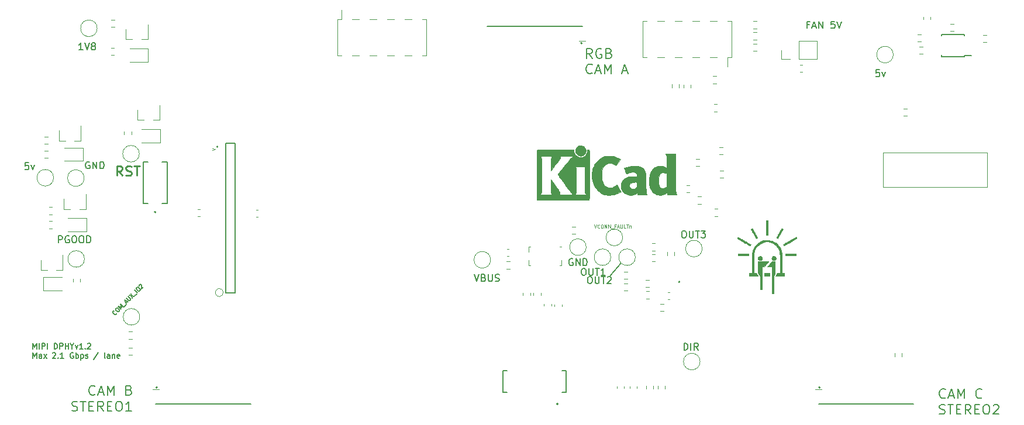
<source format=gbr>
G04 #@! TF.GenerationSoftware,KiCad,Pcbnew,(5.1.9)-1*
G04 #@! TF.CreationDate,2021-07-05T20:40:17-04:00*
G04 #@! TF.ProjectId,DepthABC,44657074-6841-4424-932e-6b696361645f,rev?*
G04 #@! TF.SameCoordinates,Original*
G04 #@! TF.FileFunction,Legend,Top*
G04 #@! TF.FilePolarity,Positive*
%FSLAX46Y46*%
G04 Gerber Fmt 4.6, Leading zero omitted, Abs format (unit mm)*
G04 Created by KiCad (PCBNEW (5.1.9)-1) date 2021-07-05 20:40:17*
%MOMM*%
%LPD*%
G01*
G04 APERTURE LIST*
%ADD10C,0.150000*%
%ADD11C,0.140000*%
%ADD12C,0.200000*%
%ADD13C,0.135000*%
%ADD14C,0.250000*%
%ADD15C,0.100000*%
%ADD16C,0.120000*%
%ADD17C,0.127000*%
%ADD18C,0.080000*%
%ADD19C,0.010000*%
%ADD20C,0.050000*%
G04 APERTURE END LIST*
D10*
X209999600Y-157902180D02*
X209999600Y-156902180D01*
X210237695Y-156902180D01*
X210380552Y-156949800D01*
X210475790Y-157045038D01*
X210523409Y-157140276D01*
X210571028Y-157330752D01*
X210571028Y-157473609D01*
X210523409Y-157664085D01*
X210475790Y-157759323D01*
X210380552Y-157854561D01*
X210237695Y-157902180D01*
X209999600Y-157902180D01*
X210999600Y-157902180D02*
X210999600Y-156902180D01*
X212047219Y-157902180D02*
X211713885Y-157425990D01*
X211475790Y-157902180D02*
X211475790Y-156902180D01*
X211856742Y-156902180D01*
X211951980Y-156949800D01*
X211999600Y-156997419D01*
X212047219Y-157092657D01*
X212047219Y-157235514D01*
X211999600Y-157330752D01*
X211951980Y-157378371D01*
X211856742Y-157425990D01*
X211475790Y-157425990D01*
X209902609Y-140625580D02*
X210093085Y-140625580D01*
X210188323Y-140673200D01*
X210283561Y-140768438D01*
X210331180Y-140958914D01*
X210331180Y-141292247D01*
X210283561Y-141482723D01*
X210188323Y-141577961D01*
X210093085Y-141625580D01*
X209902609Y-141625580D01*
X209807371Y-141577961D01*
X209712133Y-141482723D01*
X209664514Y-141292247D01*
X209664514Y-140958914D01*
X209712133Y-140768438D01*
X209807371Y-140673200D01*
X209902609Y-140625580D01*
X210759752Y-140625580D02*
X210759752Y-141435104D01*
X210807371Y-141530342D01*
X210854990Y-141577961D01*
X210950228Y-141625580D01*
X211140704Y-141625580D01*
X211235942Y-141577961D01*
X211283561Y-141530342D01*
X211331180Y-141435104D01*
X211331180Y-140625580D01*
X211664514Y-140625580D02*
X212235942Y-140625580D01*
X211950228Y-141625580D02*
X211950228Y-140625580D01*
X212474038Y-140625580D02*
X213093085Y-140625580D01*
X212759752Y-141006533D01*
X212902609Y-141006533D01*
X212997847Y-141054152D01*
X213045466Y-141101771D01*
X213093085Y-141197009D01*
X213093085Y-141435104D01*
X213045466Y-141530342D01*
X212997847Y-141577961D01*
X212902609Y-141625580D01*
X212616895Y-141625580D01*
X212521657Y-141577961D01*
X212474038Y-141530342D01*
X238288742Y-117303580D02*
X237812552Y-117303580D01*
X237764933Y-117779771D01*
X237812552Y-117732152D01*
X237907790Y-117684533D01*
X238145885Y-117684533D01*
X238241123Y-117732152D01*
X238288742Y-117779771D01*
X238336361Y-117875009D01*
X238336361Y-118113104D01*
X238288742Y-118208342D01*
X238241123Y-118255961D01*
X238145885Y-118303580D01*
X237907790Y-118303580D01*
X237812552Y-118255961D01*
X237764933Y-118208342D01*
X238669695Y-117636914D02*
X238907790Y-118303580D01*
X239145885Y-117636914D01*
X196698333Y-115632333D02*
X196231666Y-114965666D01*
X195898333Y-115632333D02*
X195898333Y-114232333D01*
X196431666Y-114232333D01*
X196565000Y-114299000D01*
X196631666Y-114365666D01*
X196698333Y-114499000D01*
X196698333Y-114699000D01*
X196631666Y-114832333D01*
X196565000Y-114899000D01*
X196431666Y-114965666D01*
X195898333Y-114965666D01*
X198031666Y-114299000D02*
X197898333Y-114232333D01*
X197698333Y-114232333D01*
X197498333Y-114299000D01*
X197365000Y-114432333D01*
X197298333Y-114565666D01*
X197231666Y-114832333D01*
X197231666Y-115032333D01*
X197298333Y-115299000D01*
X197365000Y-115432333D01*
X197498333Y-115565666D01*
X197698333Y-115632333D01*
X197831666Y-115632333D01*
X198031666Y-115565666D01*
X198098333Y-115499000D01*
X198098333Y-115032333D01*
X197831666Y-115032333D01*
X199165000Y-114899000D02*
X199365000Y-114965666D01*
X199431666Y-115032333D01*
X199498333Y-115165666D01*
X199498333Y-115365666D01*
X199431666Y-115499000D01*
X199365000Y-115565666D01*
X199231666Y-115632333D01*
X198698333Y-115632333D01*
X198698333Y-114232333D01*
X199165000Y-114232333D01*
X199298333Y-114299000D01*
X199365000Y-114365666D01*
X199431666Y-114499000D01*
X199431666Y-114632333D01*
X199365000Y-114765666D01*
X199298333Y-114832333D01*
X199165000Y-114899000D01*
X198698333Y-114899000D01*
X196698333Y-117749000D02*
X196631666Y-117815666D01*
X196431666Y-117882333D01*
X196298333Y-117882333D01*
X196098333Y-117815666D01*
X195965000Y-117682333D01*
X195898333Y-117549000D01*
X195831666Y-117282333D01*
X195831666Y-117082333D01*
X195898333Y-116815666D01*
X195965000Y-116682333D01*
X196098333Y-116549000D01*
X196298333Y-116482333D01*
X196431666Y-116482333D01*
X196631666Y-116549000D01*
X196698333Y-116615666D01*
X197231666Y-117482333D02*
X197898333Y-117482333D01*
X197098333Y-117882333D02*
X197565000Y-116482333D01*
X198031666Y-117882333D01*
X198498333Y-117882333D02*
X198498333Y-116482333D01*
X198965000Y-117482333D01*
X199431666Y-116482333D01*
X199431666Y-117882333D01*
X201098333Y-117482333D02*
X201765000Y-117482333D01*
X200965000Y-117882333D02*
X201431666Y-116482333D01*
X201898333Y-117882333D01*
D11*
X115732548Y-157725904D02*
X115732548Y-156925904D01*
X115999214Y-157497333D01*
X116265881Y-156925904D01*
X116265881Y-157725904D01*
X116646833Y-157725904D02*
X116646833Y-156925904D01*
X117027786Y-157725904D02*
X117027786Y-156925904D01*
X117332548Y-156925904D01*
X117408738Y-156964000D01*
X117446833Y-157002095D01*
X117484929Y-157078285D01*
X117484929Y-157192571D01*
X117446833Y-157268761D01*
X117408738Y-157306857D01*
X117332548Y-157344952D01*
X117027786Y-157344952D01*
X117827786Y-157725904D02*
X117827786Y-156925904D01*
X118818262Y-157725904D02*
X118818262Y-156925904D01*
X119008738Y-156925904D01*
X119123024Y-156964000D01*
X119199214Y-157040190D01*
X119237310Y-157116380D01*
X119275405Y-157268761D01*
X119275405Y-157383047D01*
X119237310Y-157535428D01*
X119199214Y-157611619D01*
X119123024Y-157687809D01*
X119008738Y-157725904D01*
X118818262Y-157725904D01*
X119618262Y-157725904D02*
X119618262Y-156925904D01*
X119923024Y-156925904D01*
X119999214Y-156964000D01*
X120037310Y-157002095D01*
X120075405Y-157078285D01*
X120075405Y-157192571D01*
X120037310Y-157268761D01*
X119999214Y-157306857D01*
X119923024Y-157344952D01*
X119618262Y-157344952D01*
X120418262Y-157725904D02*
X120418262Y-156925904D01*
X120418262Y-157306857D02*
X120875405Y-157306857D01*
X120875405Y-157725904D02*
X120875405Y-156925904D01*
X121408738Y-157344952D02*
X121408738Y-157725904D01*
X121142072Y-156925904D02*
X121408738Y-157344952D01*
X121675405Y-156925904D01*
X121865881Y-157192571D02*
X122056357Y-157725904D01*
X122246833Y-157192571D01*
X122970643Y-157725904D02*
X122513500Y-157725904D01*
X122742072Y-157725904D02*
X122742072Y-156925904D01*
X122665881Y-157040190D01*
X122589691Y-157116380D01*
X122513500Y-157154476D01*
X123313500Y-157649714D02*
X123351595Y-157687809D01*
X123313500Y-157725904D01*
X123275405Y-157687809D01*
X123313500Y-157649714D01*
X123313500Y-157725904D01*
X123656357Y-157002095D02*
X123694452Y-156964000D01*
X123770643Y-156925904D01*
X123961119Y-156925904D01*
X124037310Y-156964000D01*
X124075405Y-157002095D01*
X124113500Y-157078285D01*
X124113500Y-157154476D01*
X124075405Y-157268761D01*
X123618262Y-157725904D01*
X124113500Y-157725904D01*
X115732548Y-159065904D02*
X115732548Y-158265904D01*
X115999214Y-158837333D01*
X116265881Y-158265904D01*
X116265881Y-159065904D01*
X116989691Y-159065904D02*
X116989691Y-158646857D01*
X116951595Y-158570666D01*
X116875405Y-158532571D01*
X116723024Y-158532571D01*
X116646833Y-158570666D01*
X116989691Y-159027809D02*
X116913500Y-159065904D01*
X116723024Y-159065904D01*
X116646833Y-159027809D01*
X116608738Y-158951619D01*
X116608738Y-158875428D01*
X116646833Y-158799238D01*
X116723024Y-158761142D01*
X116913500Y-158761142D01*
X116989691Y-158723047D01*
X117294452Y-159065904D02*
X117713500Y-158532571D01*
X117294452Y-158532571D02*
X117713500Y-159065904D01*
X118589691Y-158342095D02*
X118627786Y-158304000D01*
X118703976Y-158265904D01*
X118894452Y-158265904D01*
X118970643Y-158304000D01*
X119008738Y-158342095D01*
X119046833Y-158418285D01*
X119046833Y-158494476D01*
X119008738Y-158608761D01*
X118551595Y-159065904D01*
X119046833Y-159065904D01*
X119389691Y-158989714D02*
X119427786Y-159027809D01*
X119389691Y-159065904D01*
X119351595Y-159027809D01*
X119389691Y-158989714D01*
X119389691Y-159065904D01*
X120189691Y-159065904D02*
X119732548Y-159065904D01*
X119961119Y-159065904D02*
X119961119Y-158265904D01*
X119884929Y-158380190D01*
X119808738Y-158456380D01*
X119732548Y-158494476D01*
X121561119Y-158304000D02*
X121484929Y-158265904D01*
X121370643Y-158265904D01*
X121256357Y-158304000D01*
X121180167Y-158380190D01*
X121142072Y-158456380D01*
X121103976Y-158608761D01*
X121103976Y-158723047D01*
X121142072Y-158875428D01*
X121180167Y-158951619D01*
X121256357Y-159027809D01*
X121370643Y-159065904D01*
X121446833Y-159065904D01*
X121561119Y-159027809D01*
X121599214Y-158989714D01*
X121599214Y-158723047D01*
X121446833Y-158723047D01*
X121942072Y-159065904D02*
X121942072Y-158265904D01*
X121942072Y-158570666D02*
X122018262Y-158532571D01*
X122170643Y-158532571D01*
X122246833Y-158570666D01*
X122284929Y-158608761D01*
X122323024Y-158684952D01*
X122323024Y-158913523D01*
X122284929Y-158989714D01*
X122246833Y-159027809D01*
X122170643Y-159065904D01*
X122018262Y-159065904D01*
X121942072Y-159027809D01*
X122665881Y-158532571D02*
X122665881Y-159332571D01*
X122665881Y-158570666D02*
X122742072Y-158532571D01*
X122894452Y-158532571D01*
X122970643Y-158570666D01*
X123008738Y-158608761D01*
X123046833Y-158684952D01*
X123046833Y-158913523D01*
X123008738Y-158989714D01*
X122970643Y-159027809D01*
X122894452Y-159065904D01*
X122742072Y-159065904D01*
X122665881Y-159027809D01*
X123351595Y-159027809D02*
X123427786Y-159065904D01*
X123580167Y-159065904D01*
X123656357Y-159027809D01*
X123694452Y-158951619D01*
X123694452Y-158913523D01*
X123656357Y-158837333D01*
X123580167Y-158799238D01*
X123465881Y-158799238D01*
X123389691Y-158761142D01*
X123351595Y-158684952D01*
X123351595Y-158646857D01*
X123389691Y-158570666D01*
X123465881Y-158532571D01*
X123580167Y-158532571D01*
X123656357Y-158570666D01*
X125218262Y-158227809D02*
X124532548Y-159256380D01*
X126208738Y-159065904D02*
X126132548Y-159027809D01*
X126094452Y-158951619D01*
X126094452Y-158265904D01*
X126856357Y-159065904D02*
X126856357Y-158646857D01*
X126818262Y-158570666D01*
X126742072Y-158532571D01*
X126589691Y-158532571D01*
X126513500Y-158570666D01*
X126856357Y-159027809D02*
X126780167Y-159065904D01*
X126589691Y-159065904D01*
X126513500Y-159027809D01*
X126475405Y-158951619D01*
X126475405Y-158875428D01*
X126513500Y-158799238D01*
X126589691Y-158761142D01*
X126780167Y-158761142D01*
X126856357Y-158723047D01*
X127237310Y-158532571D02*
X127237310Y-159065904D01*
X127237310Y-158608761D02*
X127275405Y-158570666D01*
X127351595Y-158532571D01*
X127465881Y-158532571D01*
X127542072Y-158570666D01*
X127580167Y-158646857D01*
X127580167Y-159065904D01*
X128265881Y-159027809D02*
X128189691Y-159065904D01*
X128037310Y-159065904D01*
X127961119Y-159027809D01*
X127923024Y-158951619D01*
X127923024Y-158646857D01*
X127961119Y-158570666D01*
X128037310Y-158532571D01*
X128189691Y-158532571D01*
X128265881Y-158570666D01*
X128303976Y-158646857D01*
X128303976Y-158723047D01*
X127923024Y-158799238D01*
D12*
X247848333Y-164750000D02*
X247781666Y-164816666D01*
X247581666Y-164883333D01*
X247448333Y-164883333D01*
X247248333Y-164816666D01*
X247115000Y-164683333D01*
X247048333Y-164550000D01*
X246981666Y-164283333D01*
X246981666Y-164083333D01*
X247048333Y-163816666D01*
X247115000Y-163683333D01*
X247248333Y-163550000D01*
X247448333Y-163483333D01*
X247581666Y-163483333D01*
X247781666Y-163550000D01*
X247848333Y-163616666D01*
X248381666Y-164483333D02*
X249048333Y-164483333D01*
X248248333Y-164883333D02*
X248715000Y-163483333D01*
X249181666Y-164883333D01*
X249648333Y-164883333D02*
X249648333Y-163483333D01*
X250115000Y-164483333D01*
X250581666Y-163483333D01*
X250581666Y-164883333D01*
X253115000Y-164750000D02*
X253048333Y-164816666D01*
X252848333Y-164883333D01*
X252715000Y-164883333D01*
X252515000Y-164816666D01*
X252381666Y-164683333D01*
X252315000Y-164550000D01*
X252248333Y-164283333D01*
X252248333Y-164083333D01*
X252315000Y-163816666D01*
X252381666Y-163683333D01*
X252515000Y-163550000D01*
X252715000Y-163483333D01*
X252848333Y-163483333D01*
X253048333Y-163550000D01*
X253115000Y-163616666D01*
X246981666Y-167116666D02*
X247181666Y-167183333D01*
X247515000Y-167183333D01*
X247648333Y-167116666D01*
X247715000Y-167050000D01*
X247781666Y-166916666D01*
X247781666Y-166783333D01*
X247715000Y-166650000D01*
X247648333Y-166583333D01*
X247515000Y-166516666D01*
X247248333Y-166450000D01*
X247115000Y-166383333D01*
X247048333Y-166316666D01*
X246981666Y-166183333D01*
X246981666Y-166050000D01*
X247048333Y-165916666D01*
X247115000Y-165850000D01*
X247248333Y-165783333D01*
X247581666Y-165783333D01*
X247781666Y-165850000D01*
X248181666Y-165783333D02*
X248981666Y-165783333D01*
X248581666Y-167183333D02*
X248581666Y-165783333D01*
X249448333Y-166450000D02*
X249915000Y-166450000D01*
X250115000Y-167183333D02*
X249448333Y-167183333D01*
X249448333Y-165783333D01*
X250115000Y-165783333D01*
X251515000Y-167183333D02*
X251048333Y-166516666D01*
X250715000Y-167183333D02*
X250715000Y-165783333D01*
X251248333Y-165783333D01*
X251381666Y-165850000D01*
X251448333Y-165916666D01*
X251515000Y-166050000D01*
X251515000Y-166250000D01*
X251448333Y-166383333D01*
X251381666Y-166450000D01*
X251248333Y-166516666D01*
X250715000Y-166516666D01*
X252115000Y-166450000D02*
X252581666Y-166450000D01*
X252781666Y-167183333D02*
X252115000Y-167183333D01*
X252115000Y-165783333D01*
X252781666Y-165783333D01*
X253648333Y-165783333D02*
X253915000Y-165783333D01*
X254048333Y-165850000D01*
X254181666Y-165983333D01*
X254248333Y-166250000D01*
X254248333Y-166716666D01*
X254181666Y-166983333D01*
X254048333Y-167116666D01*
X253915000Y-167183333D01*
X253648333Y-167183333D01*
X253515000Y-167116666D01*
X253381666Y-166983333D01*
X253315000Y-166716666D01*
X253315000Y-166250000D01*
X253381666Y-165983333D01*
X253515000Y-165850000D01*
X253648333Y-165783333D01*
X254781666Y-165916666D02*
X254848333Y-165850000D01*
X254981666Y-165783333D01*
X255315000Y-165783333D01*
X255448333Y-165850000D01*
X255515000Y-165916666D01*
X255581666Y-166050000D01*
X255581666Y-166183333D01*
X255515000Y-166383333D01*
X254715000Y-167183333D01*
X255581666Y-167183333D01*
X124716666Y-164305500D02*
X124650000Y-164372166D01*
X124450000Y-164438833D01*
X124316666Y-164438833D01*
X124116666Y-164372166D01*
X123983333Y-164238833D01*
X123916666Y-164105500D01*
X123850000Y-163838833D01*
X123850000Y-163638833D01*
X123916666Y-163372166D01*
X123983333Y-163238833D01*
X124116666Y-163105500D01*
X124316666Y-163038833D01*
X124450000Y-163038833D01*
X124650000Y-163105500D01*
X124716666Y-163172166D01*
X125250000Y-164038833D02*
X125916666Y-164038833D01*
X125116666Y-164438833D02*
X125583333Y-163038833D01*
X126050000Y-164438833D01*
X126516666Y-164438833D02*
X126516666Y-163038833D01*
X126983333Y-164038833D01*
X127450000Y-163038833D01*
X127450000Y-164438833D01*
X129650000Y-163705500D02*
X129850000Y-163772166D01*
X129916666Y-163838833D01*
X129983333Y-163972166D01*
X129983333Y-164172166D01*
X129916666Y-164305500D01*
X129850000Y-164372166D01*
X129716666Y-164438833D01*
X129183333Y-164438833D01*
X129183333Y-163038833D01*
X129650000Y-163038833D01*
X129783333Y-163105500D01*
X129850000Y-163172166D01*
X129916666Y-163305500D01*
X129916666Y-163438833D01*
X129850000Y-163572166D01*
X129783333Y-163638833D01*
X129650000Y-163705500D01*
X129183333Y-163705500D01*
X121383333Y-166672166D02*
X121583333Y-166738833D01*
X121916666Y-166738833D01*
X122050000Y-166672166D01*
X122116666Y-166605500D01*
X122183333Y-166472166D01*
X122183333Y-166338833D01*
X122116666Y-166205500D01*
X122050000Y-166138833D01*
X121916666Y-166072166D01*
X121650000Y-166005500D01*
X121516666Y-165938833D01*
X121450000Y-165872166D01*
X121383333Y-165738833D01*
X121383333Y-165605500D01*
X121450000Y-165472166D01*
X121516666Y-165405500D01*
X121650000Y-165338833D01*
X121983333Y-165338833D01*
X122183333Y-165405500D01*
X122583333Y-165338833D02*
X123383333Y-165338833D01*
X122983333Y-166738833D02*
X122983333Y-165338833D01*
X123850000Y-166005500D02*
X124316666Y-166005500D01*
X124516666Y-166738833D02*
X123850000Y-166738833D01*
X123850000Y-165338833D01*
X124516666Y-165338833D01*
X125916666Y-166738833D02*
X125450000Y-166072166D01*
X125116666Y-166738833D02*
X125116666Y-165338833D01*
X125650000Y-165338833D01*
X125783333Y-165405500D01*
X125850000Y-165472166D01*
X125916666Y-165605500D01*
X125916666Y-165805500D01*
X125850000Y-165938833D01*
X125783333Y-166005500D01*
X125650000Y-166072166D01*
X125116666Y-166072166D01*
X126516666Y-166005500D02*
X126983333Y-166005500D01*
X127183333Y-166738833D02*
X126516666Y-166738833D01*
X126516666Y-165338833D01*
X127183333Y-165338833D01*
X128050000Y-165338833D02*
X128316666Y-165338833D01*
X128450000Y-165405500D01*
X128583333Y-165538833D01*
X128650000Y-165805500D01*
X128650000Y-166272166D01*
X128583333Y-166538833D01*
X128450000Y-166672166D01*
X128316666Y-166738833D01*
X128050000Y-166738833D01*
X127916666Y-166672166D01*
X127783333Y-166538833D01*
X127716666Y-166272166D01*
X127716666Y-165805500D01*
X127783333Y-165538833D01*
X127916666Y-165405500D01*
X128050000Y-165338833D01*
X129983333Y-166738833D02*
X129183333Y-166738833D01*
X129583333Y-166738833D02*
X129583333Y-165338833D01*
X129450000Y-165538833D01*
X129316666Y-165672166D01*
X129183333Y-165738833D01*
D13*
X127854552Y-152543992D02*
X127854552Y-152584398D01*
X127814146Y-152665211D01*
X127773740Y-152705617D01*
X127692928Y-152746023D01*
X127612116Y-152746023D01*
X127551507Y-152725820D01*
X127450491Y-152665211D01*
X127389882Y-152604602D01*
X127329273Y-152503586D01*
X127309070Y-152442977D01*
X127309070Y-152362165D01*
X127349476Y-152281353D01*
X127389882Y-152240947D01*
X127470694Y-152200541D01*
X127511101Y-152200541D01*
X127733334Y-151897495D02*
X127814146Y-151816683D01*
X127874755Y-151796480D01*
X127955568Y-151796480D01*
X128056583Y-151857089D01*
X128198004Y-151998510D01*
X128258613Y-152099525D01*
X128258613Y-152180337D01*
X128238410Y-152240947D01*
X128157598Y-152321759D01*
X128096989Y-152341962D01*
X128016177Y-152341962D01*
X127915162Y-152281353D01*
X127773740Y-152139931D01*
X127713131Y-152038916D01*
X127713131Y-151958104D01*
X127733334Y-151897495D01*
X128521253Y-151958104D02*
X128096989Y-151533840D01*
X128541456Y-151695464D01*
X128379832Y-151250997D01*
X128804096Y-151675261D01*
X128945517Y-151614652D02*
X129268766Y-151291403D01*
X129187954Y-151048967D02*
X129389984Y-150846936D01*
X129268766Y-151210591D02*
X128985923Y-150644906D01*
X129551609Y-150927748D01*
X129268766Y-150362063D02*
X129612218Y-150705515D01*
X129672827Y-150725718D01*
X129713233Y-150725718D01*
X129773842Y-150705515D01*
X129854654Y-150624703D01*
X129874857Y-150564093D01*
X129874857Y-150523687D01*
X129854654Y-150463078D01*
X129511203Y-150119626D01*
X129672827Y-149958002D02*
X130379934Y-150099423D01*
X129955670Y-149675159D02*
X130097091Y-150382266D01*
X130480949Y-150079220D02*
X130804198Y-149755971D01*
X130864807Y-149614550D02*
X130440543Y-149190286D01*
X130723386Y-148907443D02*
X130804198Y-148826631D01*
X130864807Y-148806428D01*
X130945619Y-148806428D01*
X131046634Y-148867037D01*
X131188056Y-149008458D01*
X131248665Y-149109474D01*
X131248665Y-149190286D01*
X131228462Y-149250895D01*
X131147650Y-149331707D01*
X131087041Y-149351910D01*
X131006228Y-149351910D01*
X130905213Y-149291301D01*
X130763792Y-149149880D01*
X130703183Y-149048865D01*
X130703183Y-148968052D01*
X130723386Y-148907443D01*
X131107244Y-148604397D02*
X131107244Y-148563991D01*
X131127447Y-148503382D01*
X131228462Y-148402367D01*
X131289071Y-148382164D01*
X131329477Y-148382164D01*
X131390086Y-148402367D01*
X131430492Y-148442773D01*
X131470898Y-148523585D01*
X131470898Y-149008458D01*
X131733538Y-148745819D01*
D10*
X119434476Y-142357380D02*
X119434476Y-141357380D01*
X119815428Y-141357380D01*
X119910666Y-141405000D01*
X119958285Y-141452619D01*
X120005904Y-141547857D01*
X120005904Y-141690714D01*
X119958285Y-141785952D01*
X119910666Y-141833571D01*
X119815428Y-141881190D01*
X119434476Y-141881190D01*
X120958285Y-141405000D02*
X120863047Y-141357380D01*
X120720190Y-141357380D01*
X120577333Y-141405000D01*
X120482095Y-141500238D01*
X120434476Y-141595476D01*
X120386857Y-141785952D01*
X120386857Y-141928809D01*
X120434476Y-142119285D01*
X120482095Y-142214523D01*
X120577333Y-142309761D01*
X120720190Y-142357380D01*
X120815428Y-142357380D01*
X120958285Y-142309761D01*
X121005904Y-142262142D01*
X121005904Y-141928809D01*
X120815428Y-141928809D01*
X121624952Y-141357380D02*
X121815428Y-141357380D01*
X121910666Y-141405000D01*
X122005904Y-141500238D01*
X122053523Y-141690714D01*
X122053523Y-142024047D01*
X122005904Y-142214523D01*
X121910666Y-142309761D01*
X121815428Y-142357380D01*
X121624952Y-142357380D01*
X121529714Y-142309761D01*
X121434476Y-142214523D01*
X121386857Y-142024047D01*
X121386857Y-141690714D01*
X121434476Y-141500238D01*
X121529714Y-141405000D01*
X121624952Y-141357380D01*
X122672571Y-141357380D02*
X122863047Y-141357380D01*
X122958285Y-141405000D01*
X123053523Y-141500238D01*
X123101142Y-141690714D01*
X123101142Y-142024047D01*
X123053523Y-142214523D01*
X122958285Y-142309761D01*
X122863047Y-142357380D01*
X122672571Y-142357380D01*
X122577333Y-142309761D01*
X122482095Y-142214523D01*
X122434476Y-142024047D01*
X122434476Y-141690714D01*
X122482095Y-141500238D01*
X122577333Y-141405000D01*
X122672571Y-141357380D01*
X123529714Y-142357380D02*
X123529714Y-141357380D01*
X123767809Y-141357380D01*
X123910666Y-141405000D01*
X124005904Y-141500238D01*
X124053523Y-141595476D01*
X124101142Y-141785952D01*
X124101142Y-141928809D01*
X124053523Y-142119285D01*
X124005904Y-142214523D01*
X123910666Y-142309761D01*
X123767809Y-142357380D01*
X123529714Y-142357380D01*
X122966452Y-114417380D02*
X122395023Y-114417380D01*
X122680738Y-114417380D02*
X122680738Y-113417380D01*
X122585500Y-113560238D01*
X122490261Y-113655476D01*
X122395023Y-113703095D01*
X123252166Y-113417380D02*
X123585500Y-114417380D01*
X123918833Y-113417380D01*
X124395023Y-113845952D02*
X124299785Y-113798333D01*
X124252166Y-113750714D01*
X124204547Y-113655476D01*
X124204547Y-113607857D01*
X124252166Y-113512619D01*
X124299785Y-113465000D01*
X124395023Y-113417380D01*
X124585500Y-113417380D01*
X124680738Y-113465000D01*
X124728357Y-113512619D01*
X124775976Y-113607857D01*
X124775976Y-113655476D01*
X124728357Y-113750714D01*
X124680738Y-113798333D01*
X124585500Y-113845952D01*
X124395023Y-113845952D01*
X124299785Y-113893571D01*
X124252166Y-113941190D01*
X124204547Y-114036428D01*
X124204547Y-114226904D01*
X124252166Y-114322142D01*
X124299785Y-114369761D01*
X124395023Y-114417380D01*
X124585500Y-114417380D01*
X124680738Y-114369761D01*
X124728357Y-114322142D01*
X124775976Y-114226904D01*
X124775976Y-114036428D01*
X124728357Y-113941190D01*
X124680738Y-113893571D01*
X124585500Y-113845952D01*
X123928495Y-130660800D02*
X123833257Y-130613180D01*
X123690400Y-130613180D01*
X123547542Y-130660800D01*
X123452304Y-130756038D01*
X123404685Y-130851276D01*
X123357066Y-131041752D01*
X123357066Y-131184609D01*
X123404685Y-131375085D01*
X123452304Y-131470323D01*
X123547542Y-131565561D01*
X123690400Y-131613180D01*
X123785638Y-131613180D01*
X123928495Y-131565561D01*
X123976114Y-131517942D01*
X123976114Y-131184609D01*
X123785638Y-131184609D01*
X124404685Y-131613180D02*
X124404685Y-130613180D01*
X124976114Y-131613180D01*
X124976114Y-130613180D01*
X125452304Y-131613180D02*
X125452304Y-130613180D01*
X125690400Y-130613180D01*
X125833257Y-130660800D01*
X125928495Y-130756038D01*
X125976114Y-130851276D01*
X126023733Y-131041752D01*
X126023733Y-131184609D01*
X125976114Y-131375085D01*
X125928495Y-131470323D01*
X125833257Y-131565561D01*
X125690400Y-131613180D01*
X125452304Y-131613180D01*
X115098742Y-130765580D02*
X114622552Y-130765580D01*
X114574933Y-131241771D01*
X114622552Y-131194152D01*
X114717790Y-131146533D01*
X114955885Y-131146533D01*
X115051123Y-131194152D01*
X115098742Y-131241771D01*
X115146361Y-131337009D01*
X115146361Y-131575104D01*
X115098742Y-131670342D01*
X115051123Y-131717961D01*
X114955885Y-131765580D01*
X114717790Y-131765580D01*
X114622552Y-131717961D01*
X114574933Y-131670342D01*
X115479695Y-131098914D02*
X115717790Y-131765580D01*
X115955885Y-131098914D01*
D14*
X128660833Y-132632333D02*
X128194166Y-131965666D01*
X127860833Y-132632333D02*
X127860833Y-131232333D01*
X128394166Y-131232333D01*
X128527500Y-131299000D01*
X128594166Y-131365666D01*
X128660833Y-131499000D01*
X128660833Y-131699000D01*
X128594166Y-131832333D01*
X128527500Y-131899000D01*
X128394166Y-131965666D01*
X127860833Y-131965666D01*
X129194166Y-132565666D02*
X129394166Y-132632333D01*
X129727500Y-132632333D01*
X129860833Y-132565666D01*
X129927500Y-132499000D01*
X129994166Y-132365666D01*
X129994166Y-132232333D01*
X129927500Y-132099000D01*
X129860833Y-132032333D01*
X129727500Y-131965666D01*
X129460833Y-131899000D01*
X129327500Y-131832333D01*
X129260833Y-131765666D01*
X129194166Y-131632333D01*
X129194166Y-131499000D01*
X129260833Y-131365666D01*
X129327500Y-131299000D01*
X129460833Y-131232333D01*
X129794166Y-131232333D01*
X129994166Y-131299000D01*
X130394166Y-131232333D02*
X131194166Y-131232333D01*
X130794166Y-132632333D02*
X130794166Y-131232333D01*
D10*
X228130361Y-110774171D02*
X227797028Y-110774171D01*
X227797028Y-111297980D02*
X227797028Y-110297980D01*
X228273219Y-110297980D01*
X228606552Y-111012266D02*
X229082742Y-111012266D01*
X228511314Y-111297980D02*
X228844647Y-110297980D01*
X229177980Y-111297980D01*
X229511314Y-111297980D02*
X229511314Y-110297980D01*
X230082742Y-111297980D01*
X230082742Y-110297980D01*
X231797028Y-110297980D02*
X231320838Y-110297980D01*
X231273219Y-110774171D01*
X231320838Y-110726552D01*
X231416076Y-110678933D01*
X231654171Y-110678933D01*
X231749409Y-110726552D01*
X231797028Y-110774171D01*
X231844647Y-110869409D01*
X231844647Y-111107504D01*
X231797028Y-111202742D01*
X231749409Y-111250361D01*
X231654171Y-111297980D01*
X231416076Y-111297980D01*
X231320838Y-111250361D01*
X231273219Y-111202742D01*
X232130361Y-110297980D02*
X232463695Y-111297980D01*
X232797028Y-110297980D01*
X193880095Y-144707000D02*
X193784857Y-144659380D01*
X193642000Y-144659380D01*
X193499142Y-144707000D01*
X193403904Y-144802238D01*
X193356285Y-144897476D01*
X193308666Y-145087952D01*
X193308666Y-145230809D01*
X193356285Y-145421285D01*
X193403904Y-145516523D01*
X193499142Y-145611761D01*
X193642000Y-145659380D01*
X193737238Y-145659380D01*
X193880095Y-145611761D01*
X193927714Y-145564142D01*
X193927714Y-145230809D01*
X193737238Y-145230809D01*
X194356285Y-145659380D02*
X194356285Y-144659380D01*
X194927714Y-145659380D01*
X194927714Y-144659380D01*
X195403904Y-145659380D02*
X195403904Y-144659380D01*
X195642000Y-144659380D01*
X195784857Y-144707000D01*
X195880095Y-144802238D01*
X195927714Y-144897476D01*
X195975333Y-145087952D01*
X195975333Y-145230809D01*
X195927714Y-145421285D01*
X195880095Y-145516523D01*
X195784857Y-145611761D01*
X195642000Y-145659380D01*
X195403904Y-145659380D01*
D12*
X199341000Y-147048500D02*
X200865000Y-145270500D01*
D10*
X196277309Y-147262880D02*
X196467785Y-147262880D01*
X196563023Y-147310500D01*
X196658261Y-147405738D01*
X196705880Y-147596214D01*
X196705880Y-147929547D01*
X196658261Y-148120023D01*
X196563023Y-148215261D01*
X196467785Y-148262880D01*
X196277309Y-148262880D01*
X196182071Y-148215261D01*
X196086833Y-148120023D01*
X196039214Y-147929547D01*
X196039214Y-147596214D01*
X196086833Y-147405738D01*
X196182071Y-147310500D01*
X196277309Y-147262880D01*
X197134452Y-147262880D02*
X197134452Y-148072404D01*
X197182071Y-148167642D01*
X197229690Y-148215261D01*
X197324928Y-148262880D01*
X197515404Y-148262880D01*
X197610642Y-148215261D01*
X197658261Y-148167642D01*
X197705880Y-148072404D01*
X197705880Y-147262880D01*
X198039214Y-147262880D02*
X198610642Y-147262880D01*
X198324928Y-148262880D02*
X198324928Y-147262880D01*
X198896357Y-147358119D02*
X198943976Y-147310500D01*
X199039214Y-147262880D01*
X199277309Y-147262880D01*
X199372547Y-147310500D01*
X199420166Y-147358119D01*
X199467785Y-147453357D01*
X199467785Y-147548595D01*
X199420166Y-147691452D01*
X198848738Y-148262880D01*
X199467785Y-148262880D01*
X195388309Y-146056380D02*
X195578785Y-146056380D01*
X195674023Y-146104000D01*
X195769261Y-146199238D01*
X195816880Y-146389714D01*
X195816880Y-146723047D01*
X195769261Y-146913523D01*
X195674023Y-147008761D01*
X195578785Y-147056380D01*
X195388309Y-147056380D01*
X195293071Y-147008761D01*
X195197833Y-146913523D01*
X195150214Y-146723047D01*
X195150214Y-146389714D01*
X195197833Y-146199238D01*
X195293071Y-146104000D01*
X195388309Y-146056380D01*
X196245452Y-146056380D02*
X196245452Y-146865904D01*
X196293071Y-146961142D01*
X196340690Y-147008761D01*
X196435928Y-147056380D01*
X196626404Y-147056380D01*
X196721642Y-147008761D01*
X196769261Y-146961142D01*
X196816880Y-146865904D01*
X196816880Y-146056380D01*
X197150214Y-146056380D02*
X197721642Y-146056380D01*
X197435928Y-147056380D02*
X197435928Y-146056380D01*
X198578785Y-147056380D02*
X198007357Y-147056380D01*
X198293071Y-147056380D02*
X198293071Y-146056380D01*
X198197833Y-146199238D01*
X198102595Y-146294476D01*
X198007357Y-146342095D01*
D15*
X196992419Y-139730990D02*
X197159085Y-140230990D01*
X197325752Y-139730990D01*
X197778133Y-140183371D02*
X197754323Y-140207180D01*
X197682895Y-140230990D01*
X197635276Y-140230990D01*
X197563847Y-140207180D01*
X197516228Y-140159561D01*
X197492419Y-140111942D01*
X197468609Y-140016704D01*
X197468609Y-139945276D01*
X197492419Y-139850038D01*
X197516228Y-139802419D01*
X197563847Y-139754800D01*
X197635276Y-139730990D01*
X197682895Y-139730990D01*
X197754323Y-139754800D01*
X197778133Y-139778609D01*
X198087657Y-139730990D02*
X198182895Y-139730990D01*
X198230514Y-139754800D01*
X198278133Y-139802419D01*
X198301942Y-139897657D01*
X198301942Y-140064323D01*
X198278133Y-140159561D01*
X198230514Y-140207180D01*
X198182895Y-140230990D01*
X198087657Y-140230990D01*
X198040038Y-140207180D01*
X197992419Y-140159561D01*
X197968609Y-140064323D01*
X197968609Y-139897657D01*
X197992419Y-139802419D01*
X198040038Y-139754800D01*
X198087657Y-139730990D01*
X198516228Y-140230990D02*
X198516228Y-139730990D01*
X198801942Y-140230990D01*
X198801942Y-139730990D01*
X199040038Y-140230990D02*
X199040038Y-139730990D01*
X199325752Y-140230990D01*
X199325752Y-139730990D01*
X199444800Y-140278609D02*
X199825752Y-140278609D01*
X200111466Y-139969085D02*
X199944800Y-139969085D01*
X199944800Y-140230990D02*
X199944800Y-139730990D01*
X200182895Y-139730990D01*
X200349561Y-140088133D02*
X200587657Y-140088133D01*
X200301942Y-140230990D02*
X200468609Y-139730990D01*
X200635276Y-140230990D01*
X200801942Y-139730990D02*
X200801942Y-140135752D01*
X200825752Y-140183371D01*
X200849561Y-140207180D01*
X200897180Y-140230990D01*
X200992419Y-140230990D01*
X201040038Y-140207180D01*
X201063847Y-140183371D01*
X201087657Y-140135752D01*
X201087657Y-139730990D01*
X201563847Y-140230990D02*
X201325752Y-140230990D01*
X201325752Y-139730990D01*
X201659085Y-139730990D02*
X201944800Y-139730990D01*
X201801942Y-140230990D02*
X201801942Y-139730990D01*
X202111466Y-139897657D02*
X202111466Y-140230990D01*
X202111466Y-139945276D02*
X202135276Y-139921466D01*
X202182895Y-139897657D01*
X202254323Y-139897657D01*
X202301942Y-139921466D01*
X202325752Y-139969085D01*
X202325752Y-140230990D01*
D10*
X179664166Y-146945380D02*
X179997500Y-147945380D01*
X180330833Y-146945380D01*
X180997500Y-147421571D02*
X181140357Y-147469190D01*
X181187976Y-147516809D01*
X181235595Y-147612047D01*
X181235595Y-147754904D01*
X181187976Y-147850142D01*
X181140357Y-147897761D01*
X181045119Y-147945380D01*
X180664166Y-147945380D01*
X180664166Y-146945380D01*
X180997500Y-146945380D01*
X181092738Y-146993000D01*
X181140357Y-147040619D01*
X181187976Y-147135857D01*
X181187976Y-147231095D01*
X181140357Y-147326333D01*
X181092738Y-147373952D01*
X180997500Y-147421571D01*
X180664166Y-147421571D01*
X181664166Y-146945380D02*
X181664166Y-147754904D01*
X181711785Y-147850142D01*
X181759404Y-147897761D01*
X181854642Y-147945380D01*
X182045119Y-147945380D01*
X182140357Y-147897761D01*
X182187976Y-147850142D01*
X182235595Y-147754904D01*
X182235595Y-146945380D01*
X182664166Y-147897761D02*
X182807023Y-147945380D01*
X183045119Y-147945380D01*
X183140357Y-147897761D01*
X183187976Y-147850142D01*
X183235595Y-147754904D01*
X183235595Y-147659666D01*
X183187976Y-147564428D01*
X183140357Y-147516809D01*
X183045119Y-147469190D01*
X182854642Y-147421571D01*
X182759404Y-147373952D01*
X182711785Y-147326333D01*
X182664166Y-147231095D01*
X182664166Y-147135857D01*
X182711785Y-147040619D01*
X182759404Y-146993000D01*
X182854642Y-146945380D01*
X183092738Y-146945380D01*
X183235595Y-146993000D01*
G04 #@! TO.C,U1*
X250552060Y-115282320D02*
X251627060Y-115282320D01*
X250552060Y-112157320D02*
X247302060Y-112157320D01*
X250552060Y-115407320D02*
X247302060Y-115407320D01*
X250552060Y-112157320D02*
X250552060Y-112382320D01*
X247302060Y-112157320D02*
X247302060Y-112382320D01*
X247302060Y-115407320D02*
X247302060Y-115182320D01*
X250552060Y-115407320D02*
X250552060Y-115282320D01*
D16*
G04 #@! TO.C,TP8*
X212629600Y-143205200D02*
G75*
G03*
X212629600Y-143205200I-1200000J0D01*
G01*
G04 #@! TO.C,TP7*
X212324800Y-159562800D02*
G75*
G03*
X212324800Y-159562800I-1200000J0D01*
G01*
D17*
G04 #@! TO.C,J5*
X192960500Y-160845500D02*
X192960500Y-163985500D01*
X183750500Y-163985500D02*
X183750500Y-160845500D01*
D12*
X191755500Y-165715500D02*
G75*
G03*
X191755500Y-165715500I-100000J0D01*
G01*
D17*
X192355500Y-163985500D02*
X192960500Y-163985500D01*
X192355500Y-160845500D02*
X192960500Y-160845500D01*
X184355500Y-163985500D02*
X183750500Y-163985500D01*
X184355500Y-160845500D02*
X183750500Y-160845500D01*
D16*
G04 #@! TO.C,J4*
X216863500Y-110285500D02*
X216863500Y-115485500D01*
X216863500Y-115485500D02*
X216293500Y-115485500D01*
X214773500Y-115485500D02*
X213753500Y-115485500D01*
X212233500Y-115485500D02*
X211213500Y-115485500D01*
X209693500Y-115485500D02*
X208673500Y-115485500D01*
X207153500Y-115485500D02*
X206133500Y-115485500D01*
X204613500Y-115485500D02*
X204043500Y-115485500D01*
X204043500Y-110285500D02*
X204043500Y-115485500D01*
X216863500Y-110285500D02*
X216293500Y-110285500D01*
X214773500Y-110285500D02*
X213753500Y-110285500D01*
X212233500Y-110285500D02*
X211213500Y-110285500D01*
X209693500Y-110285500D02*
X208673500Y-110285500D01*
X207153500Y-110285500D02*
X206133500Y-110285500D01*
X204613500Y-110285500D02*
X204043500Y-110285500D01*
X216293500Y-115485500D02*
X216293500Y-116845500D01*
G04 #@! TO.C,J1*
X159847500Y-115231500D02*
X159847500Y-110031500D01*
X159847500Y-110031500D02*
X160417500Y-110031500D01*
X161937500Y-110031500D02*
X162957500Y-110031500D01*
X164477500Y-110031500D02*
X165497500Y-110031500D01*
X167017500Y-110031500D02*
X168037500Y-110031500D01*
X169557500Y-110031500D02*
X170577500Y-110031500D01*
X172097500Y-110031500D02*
X172667500Y-110031500D01*
X172667500Y-115231500D02*
X172667500Y-110031500D01*
X159847500Y-115231500D02*
X160417500Y-115231500D01*
X161937500Y-115231500D02*
X162957500Y-115231500D01*
X164477500Y-115231500D02*
X165497500Y-115231500D01*
X167017500Y-115231500D02*
X168037500Y-115231500D01*
X169557500Y-115231500D02*
X170577500Y-115231500D01*
X172097500Y-115231500D02*
X172667500Y-115231500D01*
X160417500Y-110031500D02*
X160417500Y-108671500D01*
G04 #@! TO.C,U2*
X192215000Y-144872000D02*
X192215000Y-145622000D01*
X192215000Y-145622000D02*
X191965000Y-145622000D01*
X192215000Y-142922000D02*
X191965000Y-142922000D01*
X187515000Y-144872000D02*
X187515000Y-145622000D01*
X187515000Y-145622000D02*
X187765000Y-145622000D01*
X187515000Y-143672000D02*
X187515000Y-142922000D01*
X187515000Y-142922000D02*
X187765000Y-142922000D01*
D12*
G04 #@! TO.C,IC1*
X209309160Y-147900060D02*
X209309160Y-147900060D01*
X209309160Y-148100060D02*
X209309160Y-148100060D01*
X209309160Y-148100060D02*
G75*
G02*
X209309160Y-147900060I0J100000D01*
G01*
X209309160Y-147900060D02*
G75*
G02*
X209309160Y-148100060I0J-100000D01*
G01*
D16*
G04 #@! TO.C,D5*
X132420500Y-114211500D02*
X129735500Y-114211500D01*
X132420500Y-116131500D02*
X132420500Y-114211500D01*
X129735500Y-116131500D02*
X132420500Y-116131500D01*
G04 #@! TO.C,D4*
X123467100Y-138798700D02*
X120782100Y-138798700D01*
X123467100Y-140718700D02*
X123467100Y-138798700D01*
X120782100Y-140718700D02*
X123467100Y-140718700D01*
G04 #@! TO.C,D3*
X134135000Y-125895500D02*
X131450000Y-125895500D01*
X134135000Y-127815500D02*
X134135000Y-125895500D01*
X131450000Y-127815500D02*
X134135000Y-127815500D01*
G04 #@! TO.C,D2*
X117239500Y-149278500D02*
X119924500Y-149278500D01*
X117239500Y-147358500D02*
X117239500Y-149278500D01*
X119924500Y-147358500D02*
X117239500Y-147358500D01*
G04 #@! TO.C,D1*
X122984500Y-128587900D02*
X120299500Y-128587900D01*
X122984500Y-130507900D02*
X122984500Y-128587900D01*
X120299500Y-130507900D02*
X122984500Y-130507900D01*
D18*
G04 #@! TO.C,MISC1*
X143294700Y-149561900D02*
G75*
G03*
X143294700Y-149561900I-583000J0D01*
G01*
D19*
G04 #@! TO.C,REF\u002A\u002A*
G36*
X195197682Y-128283933D02*
G01*
X195333929Y-128331172D01*
X195460779Y-128405527D01*
X195574067Y-128506987D01*
X195669628Y-128635543D01*
X195712554Y-128716572D01*
X195749705Y-128829908D01*
X195767712Y-128960751D01*
X195765717Y-129095265D01*
X195743577Y-129217158D01*
X195683064Y-129366107D01*
X195595314Y-129495309D01*
X195484788Y-129602223D01*
X195355946Y-129684306D01*
X195213247Y-129739016D01*
X195061151Y-129763810D01*
X194904119Y-129756147D01*
X194826714Y-129739772D01*
X194675859Y-129681089D01*
X194541875Y-129591543D01*
X194427994Y-129473893D01*
X194337448Y-129330902D01*
X194329788Y-129315286D01*
X194303306Y-129256686D01*
X194286678Y-129207334D01*
X194277650Y-129155270D01*
X194273968Y-129088539D01*
X194273357Y-129015929D01*
X194274367Y-128928691D01*
X194278928Y-128865624D01*
X194289334Y-128814636D01*
X194307879Y-128763633D01*
X194330770Y-128713313D01*
X194416154Y-128570470D01*
X194521301Y-128454810D01*
X194642045Y-128366325D01*
X194774221Y-128305005D01*
X194913663Y-128270839D01*
X195056205Y-128263818D01*
X195197682Y-128283933D01*
G37*
X195197682Y-128283933D02*
X195333929Y-128331172D01*
X195460779Y-128405527D01*
X195574067Y-128506987D01*
X195669628Y-128635543D01*
X195712554Y-128716572D01*
X195749705Y-128829908D01*
X195767712Y-128960751D01*
X195765717Y-129095265D01*
X195743577Y-129217158D01*
X195683064Y-129366107D01*
X195595314Y-129495309D01*
X195484788Y-129602223D01*
X195355946Y-129684306D01*
X195213247Y-129739016D01*
X195061151Y-129763810D01*
X194904119Y-129756147D01*
X194826714Y-129739772D01*
X194675859Y-129681089D01*
X194541875Y-129591543D01*
X194427994Y-129473893D01*
X194337448Y-129330902D01*
X194329788Y-129315286D01*
X194303306Y-129256686D01*
X194286678Y-129207334D01*
X194277650Y-129155270D01*
X194273968Y-129088539D01*
X194273357Y-129015929D01*
X194274367Y-128928691D01*
X194278928Y-128865624D01*
X194289334Y-128814636D01*
X194307879Y-128763633D01*
X194330770Y-128713313D01*
X194416154Y-128570470D01*
X194521301Y-128454810D01*
X194642045Y-128366325D01*
X194774221Y-128305005D01*
X194913663Y-128270839D01*
X195056205Y-128263818D01*
X195197682Y-128283933D01*
G36*
X207841571Y-129500089D02*
G01*
X207995876Y-129500723D01*
X208048321Y-129501042D01*
X208769500Y-129505786D01*
X208778571Y-132272572D01*
X208779769Y-132647756D01*
X208780832Y-132988417D01*
X208781827Y-133296318D01*
X208782823Y-133573221D01*
X208783888Y-133820888D01*
X208785091Y-134041081D01*
X208786499Y-134235562D01*
X208788182Y-134406094D01*
X208790206Y-134554440D01*
X208792641Y-134682361D01*
X208795554Y-134791620D01*
X208799015Y-134883979D01*
X208803090Y-134961200D01*
X208807849Y-135025046D01*
X208813360Y-135077278D01*
X208819691Y-135119660D01*
X208826910Y-135153953D01*
X208835085Y-135181920D01*
X208844285Y-135205324D01*
X208854577Y-135225925D01*
X208866031Y-135245487D01*
X208878715Y-135265772D01*
X208892695Y-135288543D01*
X208895561Y-135293393D01*
X208943640Y-135375433D01*
X207553928Y-135365929D01*
X207544857Y-135213295D01*
X207539918Y-135140045D01*
X207534771Y-135097696D01*
X207527786Y-135080892D01*
X207517337Y-135084277D01*
X207508571Y-135093960D01*
X207470388Y-135129229D01*
X207408155Y-135174563D01*
X207330641Y-135224546D01*
X207246613Y-135273761D01*
X207164839Y-135316791D01*
X207102052Y-135345101D01*
X206954954Y-135391624D01*
X206786180Y-135424579D01*
X206608191Y-135442707D01*
X206433447Y-135444750D01*
X206274407Y-135429447D01*
X206271788Y-135429009D01*
X206054168Y-135374402D01*
X205850455Y-135287401D01*
X205662613Y-135169876D01*
X205492607Y-135023697D01*
X205342402Y-134850734D01*
X205213964Y-134652857D01*
X205109257Y-134431936D01*
X205052246Y-134268286D01*
X205014651Y-134131375D01*
X204986771Y-133998798D01*
X204967753Y-133862502D01*
X204956745Y-133714433D01*
X204952895Y-133546537D01*
X204954600Y-133409440D01*
X206293359Y-133409440D01*
X206299694Y-133639329D01*
X206319679Y-133837111D01*
X206353927Y-134004539D01*
X206403055Y-134143369D01*
X206467676Y-134255358D01*
X206548405Y-134342259D01*
X206641591Y-134403692D01*
X206690080Y-134426626D01*
X206732134Y-134440375D01*
X206779020Y-134446666D01*
X206842004Y-134447222D01*
X206909857Y-134444773D01*
X207043295Y-134433004D01*
X207148832Y-134409955D01*
X207182000Y-134398410D01*
X207257735Y-134364311D01*
X207337614Y-134321491D01*
X207372500Y-134300057D01*
X207463214Y-134240556D01*
X207463214Y-132354584D01*
X207363428Y-132294771D01*
X207224267Y-132227185D01*
X207082087Y-132187214D01*
X206942090Y-132174622D01*
X206809474Y-132189173D01*
X206689440Y-132230632D01*
X206587188Y-132298763D01*
X206554195Y-132331466D01*
X206474667Y-132438619D01*
X206410299Y-132568327D01*
X206360553Y-132722814D01*
X206324891Y-132904302D01*
X206302775Y-133115015D01*
X206293667Y-133357175D01*
X206293359Y-133409440D01*
X204954600Y-133409440D01*
X204955310Y-133352374D01*
X204970605Y-133053713D01*
X205001358Y-132784325D01*
X205048381Y-132540285D01*
X205112482Y-132317670D01*
X205194472Y-132112556D01*
X205223730Y-132051746D01*
X205341581Y-131853440D01*
X205483996Y-131677212D01*
X205647629Y-131525908D01*
X205829131Y-131402371D01*
X206025153Y-131309447D01*
X206142655Y-131271115D01*
X206258054Y-131248359D01*
X206396907Y-131234820D01*
X206547574Y-131230492D01*
X206698413Y-131235368D01*
X206837785Y-131249444D01*
X206949691Y-131271525D01*
X207082884Y-131314828D01*
X207211979Y-131370511D01*
X207324928Y-131432936D01*
X207385043Y-131475303D01*
X207426510Y-131506807D01*
X207455545Y-131525990D01*
X207462150Y-131528714D01*
X207464198Y-131511163D01*
X207466107Y-131460875D01*
X207467836Y-131381400D01*
X207469341Y-131276286D01*
X207470581Y-131149083D01*
X207471513Y-131003339D01*
X207472095Y-130842603D01*
X207472286Y-130678884D01*
X207472179Y-130469188D01*
X207471658Y-130292396D01*
X207470416Y-130145126D01*
X207468148Y-130023997D01*
X207464550Y-129925627D01*
X207459317Y-129846634D01*
X207452144Y-129783638D01*
X207442726Y-129733255D01*
X207430758Y-129692105D01*
X207415935Y-129656806D01*
X207397952Y-129623977D01*
X207376505Y-129590235D01*
X207373745Y-129586057D01*
X207346083Y-129542356D01*
X207329382Y-129512305D01*
X207327143Y-129505967D01*
X207344643Y-129503967D01*
X207394574Y-129502340D01*
X207473085Y-129501112D01*
X207576323Y-129500311D01*
X207700436Y-129499961D01*
X207841571Y-129500089D01*
G37*
X207841571Y-129500089D02*
X207995876Y-129500723D01*
X208048321Y-129501042D01*
X208769500Y-129505786D01*
X208778571Y-132272572D01*
X208779769Y-132647756D01*
X208780832Y-132988417D01*
X208781827Y-133296318D01*
X208782823Y-133573221D01*
X208783888Y-133820888D01*
X208785091Y-134041081D01*
X208786499Y-134235562D01*
X208788182Y-134406094D01*
X208790206Y-134554440D01*
X208792641Y-134682361D01*
X208795554Y-134791620D01*
X208799015Y-134883979D01*
X208803090Y-134961200D01*
X208807849Y-135025046D01*
X208813360Y-135077278D01*
X208819691Y-135119660D01*
X208826910Y-135153953D01*
X208835085Y-135181920D01*
X208844285Y-135205324D01*
X208854577Y-135225925D01*
X208866031Y-135245487D01*
X208878715Y-135265772D01*
X208892695Y-135288543D01*
X208895561Y-135293393D01*
X208943640Y-135375433D01*
X207553928Y-135365929D01*
X207544857Y-135213295D01*
X207539918Y-135140045D01*
X207534771Y-135097696D01*
X207527786Y-135080892D01*
X207517337Y-135084277D01*
X207508571Y-135093960D01*
X207470388Y-135129229D01*
X207408155Y-135174563D01*
X207330641Y-135224546D01*
X207246613Y-135273761D01*
X207164839Y-135316791D01*
X207102052Y-135345101D01*
X206954954Y-135391624D01*
X206786180Y-135424579D01*
X206608191Y-135442707D01*
X206433447Y-135444750D01*
X206274407Y-135429447D01*
X206271788Y-135429009D01*
X206054168Y-135374402D01*
X205850455Y-135287401D01*
X205662613Y-135169876D01*
X205492607Y-135023697D01*
X205342402Y-134850734D01*
X205213964Y-134652857D01*
X205109257Y-134431936D01*
X205052246Y-134268286D01*
X205014651Y-134131375D01*
X204986771Y-133998798D01*
X204967753Y-133862502D01*
X204956745Y-133714433D01*
X204952895Y-133546537D01*
X204954600Y-133409440D01*
X206293359Y-133409440D01*
X206299694Y-133639329D01*
X206319679Y-133837111D01*
X206353927Y-134004539D01*
X206403055Y-134143369D01*
X206467676Y-134255358D01*
X206548405Y-134342259D01*
X206641591Y-134403692D01*
X206690080Y-134426626D01*
X206732134Y-134440375D01*
X206779020Y-134446666D01*
X206842004Y-134447222D01*
X206909857Y-134444773D01*
X207043295Y-134433004D01*
X207148832Y-134409955D01*
X207182000Y-134398410D01*
X207257735Y-134364311D01*
X207337614Y-134321491D01*
X207372500Y-134300057D01*
X207463214Y-134240556D01*
X207463214Y-132354584D01*
X207363428Y-132294771D01*
X207224267Y-132227185D01*
X207082087Y-132187214D01*
X206942090Y-132174622D01*
X206809474Y-132189173D01*
X206689440Y-132230632D01*
X206587188Y-132298763D01*
X206554195Y-132331466D01*
X206474667Y-132438619D01*
X206410299Y-132568327D01*
X206360553Y-132722814D01*
X206324891Y-132904302D01*
X206302775Y-133115015D01*
X206293667Y-133357175D01*
X206293359Y-133409440D01*
X204954600Y-133409440D01*
X204955310Y-133352374D01*
X204970605Y-133053713D01*
X205001358Y-132784325D01*
X205048381Y-132540285D01*
X205112482Y-132317670D01*
X205194472Y-132112556D01*
X205223730Y-132051746D01*
X205341581Y-131853440D01*
X205483996Y-131677212D01*
X205647629Y-131525908D01*
X205829131Y-131402371D01*
X206025153Y-131309447D01*
X206142655Y-131271115D01*
X206258054Y-131248359D01*
X206396907Y-131234820D01*
X206547574Y-131230492D01*
X206698413Y-131235368D01*
X206837785Y-131249444D01*
X206949691Y-131271525D01*
X207082884Y-131314828D01*
X207211979Y-131370511D01*
X207324928Y-131432936D01*
X207385043Y-131475303D01*
X207426510Y-131506807D01*
X207455545Y-131525990D01*
X207462150Y-131528714D01*
X207464198Y-131511163D01*
X207466107Y-131460875D01*
X207467836Y-131381400D01*
X207469341Y-131276286D01*
X207470581Y-131149083D01*
X207471513Y-131003339D01*
X207472095Y-130842603D01*
X207472286Y-130678884D01*
X207472179Y-130469188D01*
X207471658Y-130292396D01*
X207470416Y-130145126D01*
X207468148Y-130023997D01*
X207464550Y-129925627D01*
X207459317Y-129846634D01*
X207452144Y-129783638D01*
X207442726Y-129733255D01*
X207430758Y-129692105D01*
X207415935Y-129656806D01*
X207397952Y-129623977D01*
X207376505Y-129590235D01*
X207373745Y-129586057D01*
X207346083Y-129542356D01*
X207329382Y-129512305D01*
X207327143Y-129505967D01*
X207344643Y-129503967D01*
X207394574Y-129502340D01*
X207473085Y-129501112D01*
X207576323Y-129500311D01*
X207700436Y-129499961D01*
X207841571Y-129500089D01*
G36*
X202985632Y-131227730D02*
G01*
X203075523Y-131234535D01*
X203332715Y-131268753D01*
X203560485Y-131323331D01*
X203759943Y-131399020D01*
X203932197Y-131496570D01*
X204078359Y-131616732D01*
X204199536Y-131760258D01*
X204296839Y-131927898D01*
X204367891Y-132109286D01*
X204385927Y-132167146D01*
X204401632Y-132221329D01*
X204415192Y-132274752D01*
X204426792Y-132330333D01*
X204436617Y-132390988D01*
X204444853Y-132459635D01*
X204451684Y-132539190D01*
X204457295Y-132632572D01*
X204461872Y-132742696D01*
X204465600Y-132872481D01*
X204468665Y-133024842D01*
X204471250Y-133202698D01*
X204473542Y-133408965D01*
X204475725Y-133646561D01*
X204477286Y-133832857D01*
X204487785Y-135111929D01*
X204555821Y-135235018D01*
X204588038Y-135294317D01*
X204612012Y-135340377D01*
X204623450Y-135364893D01*
X204623857Y-135366553D01*
X204606375Y-135368454D01*
X204556574Y-135370205D01*
X204478421Y-135371758D01*
X204375882Y-135373062D01*
X204252922Y-135374070D01*
X204113510Y-135374731D01*
X203961611Y-135374997D01*
X203943500Y-135375000D01*
X203263143Y-135375000D01*
X203263143Y-135220786D01*
X203261982Y-135151094D01*
X203258887Y-135097794D01*
X203254432Y-135069217D01*
X203252463Y-135066572D01*
X203234455Y-135077653D01*
X203197393Y-135106736D01*
X203149222Y-135147579D01*
X203148141Y-135148524D01*
X203060235Y-135213971D01*
X202949217Y-135279688D01*
X202827631Y-135339219D01*
X202708021Y-135386109D01*
X202655357Y-135402133D01*
X202550551Y-135422485D01*
X202421950Y-135435472D01*
X202281325Y-135440909D01*
X202140448Y-135438611D01*
X202011093Y-135428392D01*
X201920571Y-135413689D01*
X201698580Y-135348499D01*
X201498729Y-135255594D01*
X201322319Y-135136126D01*
X201170650Y-134991247D01*
X201045024Y-134822110D01*
X200946741Y-134629867D01*
X200904341Y-134513214D01*
X200877768Y-134399833D01*
X200860158Y-134263722D01*
X200852010Y-134117437D01*
X200852278Y-134096151D01*
X202079321Y-134096151D01*
X202089496Y-134204850D01*
X202123378Y-134295185D01*
X202186000Y-134378995D01*
X202210052Y-134403571D01*
X202295551Y-134470011D01*
X202394373Y-134512574D01*
X202512768Y-134533177D01*
X202637445Y-134534694D01*
X202755698Y-134524677D01*
X202846239Y-134505085D01*
X202885560Y-134490370D01*
X202956432Y-134450265D01*
X203031525Y-134393863D01*
X203100038Y-134330561D01*
X203151172Y-134269755D01*
X203164750Y-134247449D01*
X203175305Y-134216212D01*
X203182810Y-134166507D01*
X203187613Y-134093587D01*
X203190065Y-133992703D01*
X203190571Y-133896689D01*
X203190228Y-133784750D01*
X203188843Y-133703809D01*
X203185881Y-133648585D01*
X203180808Y-133613794D01*
X203173090Y-133594154D01*
X203162192Y-133584380D01*
X203158821Y-133582824D01*
X203129529Y-133578029D01*
X203071756Y-133574108D01*
X202993304Y-133571414D01*
X202901974Y-133570299D01*
X202882143Y-133570298D01*
X202760063Y-133572246D01*
X202665749Y-133578041D01*
X202590807Y-133588475D01*
X202528903Y-133603714D01*
X202375349Y-133661784D01*
X202254932Y-133733179D01*
X202166610Y-133819039D01*
X202109339Y-133920507D01*
X202082078Y-134038725D01*
X202079321Y-134096151D01*
X200852278Y-134096151D01*
X200853823Y-133973533D01*
X200866096Y-133844565D01*
X200875670Y-133792460D01*
X200936801Y-133598997D01*
X201029757Y-133420993D01*
X201152783Y-133260155D01*
X201304124Y-133118190D01*
X201482025Y-132996806D01*
X201684732Y-132897709D01*
X201857071Y-132837533D01*
X201972253Y-132805919D01*
X202082423Y-132781354D01*
X202194719Y-132763039D01*
X202316275Y-132750178D01*
X202454229Y-132741972D01*
X202615715Y-132737624D01*
X202761715Y-132736400D01*
X203194645Y-132735215D01*
X203186351Y-132605080D01*
X203162801Y-132463883D01*
X203112703Y-132342518D01*
X203038191Y-132244017D01*
X202941399Y-132171409D01*
X202856171Y-132135979D01*
X202734056Y-132113650D01*
X202588683Y-132110443D01*
X202426867Y-132125177D01*
X202255422Y-132156670D01*
X202081163Y-132203740D01*
X201910904Y-132265203D01*
X201787176Y-132321417D01*
X201727647Y-132350283D01*
X201682242Y-132370443D01*
X201659150Y-132378310D01*
X201657897Y-132378058D01*
X201649929Y-132360437D01*
X201630031Y-132313733D01*
X201600077Y-132242418D01*
X201561939Y-132150969D01*
X201517488Y-132043859D01*
X201472305Y-131934549D01*
X201291667Y-131496740D01*
X201420155Y-131475636D01*
X201475846Y-131465047D01*
X201559564Y-131447263D01*
X201664139Y-131423898D01*
X201782399Y-131396565D01*
X201907172Y-131366881D01*
X201956857Y-131354818D01*
X202171807Y-131304962D01*
X202359995Y-131267584D01*
X202528446Y-131241927D01*
X202684186Y-131227235D01*
X202834240Y-131222755D01*
X202985632Y-131227730D01*
G37*
X202985632Y-131227730D02*
X203075523Y-131234535D01*
X203332715Y-131268753D01*
X203560485Y-131323331D01*
X203759943Y-131399020D01*
X203932197Y-131496570D01*
X204078359Y-131616732D01*
X204199536Y-131760258D01*
X204296839Y-131927898D01*
X204367891Y-132109286D01*
X204385927Y-132167146D01*
X204401632Y-132221329D01*
X204415192Y-132274752D01*
X204426792Y-132330333D01*
X204436617Y-132390988D01*
X204444853Y-132459635D01*
X204451684Y-132539190D01*
X204457295Y-132632572D01*
X204461872Y-132742696D01*
X204465600Y-132872481D01*
X204468665Y-133024842D01*
X204471250Y-133202698D01*
X204473542Y-133408965D01*
X204475725Y-133646561D01*
X204477286Y-133832857D01*
X204487785Y-135111929D01*
X204555821Y-135235018D01*
X204588038Y-135294317D01*
X204612012Y-135340377D01*
X204623450Y-135364893D01*
X204623857Y-135366553D01*
X204606375Y-135368454D01*
X204556574Y-135370205D01*
X204478421Y-135371758D01*
X204375882Y-135373062D01*
X204252922Y-135374070D01*
X204113510Y-135374731D01*
X203961611Y-135374997D01*
X203943500Y-135375000D01*
X203263143Y-135375000D01*
X203263143Y-135220786D01*
X203261982Y-135151094D01*
X203258887Y-135097794D01*
X203254432Y-135069217D01*
X203252463Y-135066572D01*
X203234455Y-135077653D01*
X203197393Y-135106736D01*
X203149222Y-135147579D01*
X203148141Y-135148524D01*
X203060235Y-135213971D01*
X202949217Y-135279688D01*
X202827631Y-135339219D01*
X202708021Y-135386109D01*
X202655357Y-135402133D01*
X202550551Y-135422485D01*
X202421950Y-135435472D01*
X202281325Y-135440909D01*
X202140448Y-135438611D01*
X202011093Y-135428392D01*
X201920571Y-135413689D01*
X201698580Y-135348499D01*
X201498729Y-135255594D01*
X201322319Y-135136126D01*
X201170650Y-134991247D01*
X201045024Y-134822110D01*
X200946741Y-134629867D01*
X200904341Y-134513214D01*
X200877768Y-134399833D01*
X200860158Y-134263722D01*
X200852010Y-134117437D01*
X200852278Y-134096151D01*
X202079321Y-134096151D01*
X202089496Y-134204850D01*
X202123378Y-134295185D01*
X202186000Y-134378995D01*
X202210052Y-134403571D01*
X202295551Y-134470011D01*
X202394373Y-134512574D01*
X202512768Y-134533177D01*
X202637445Y-134534694D01*
X202755698Y-134524677D01*
X202846239Y-134505085D01*
X202885560Y-134490370D01*
X202956432Y-134450265D01*
X203031525Y-134393863D01*
X203100038Y-134330561D01*
X203151172Y-134269755D01*
X203164750Y-134247449D01*
X203175305Y-134216212D01*
X203182810Y-134166507D01*
X203187613Y-134093587D01*
X203190065Y-133992703D01*
X203190571Y-133896689D01*
X203190228Y-133784750D01*
X203188843Y-133703809D01*
X203185881Y-133648585D01*
X203180808Y-133613794D01*
X203173090Y-133594154D01*
X203162192Y-133584380D01*
X203158821Y-133582824D01*
X203129529Y-133578029D01*
X203071756Y-133574108D01*
X202993304Y-133571414D01*
X202901974Y-133570299D01*
X202882143Y-133570298D01*
X202760063Y-133572246D01*
X202665749Y-133578041D01*
X202590807Y-133588475D01*
X202528903Y-133603714D01*
X202375349Y-133661784D01*
X202254932Y-133733179D01*
X202166610Y-133819039D01*
X202109339Y-133920507D01*
X202082078Y-134038725D01*
X202079321Y-134096151D01*
X200852278Y-134096151D01*
X200853823Y-133973533D01*
X200866096Y-133844565D01*
X200875670Y-133792460D01*
X200936801Y-133598997D01*
X201029757Y-133420993D01*
X201152783Y-133260155D01*
X201304124Y-133118190D01*
X201482025Y-132996806D01*
X201684732Y-132897709D01*
X201857071Y-132837533D01*
X201972253Y-132805919D01*
X202082423Y-132781354D01*
X202194719Y-132763039D01*
X202316275Y-132750178D01*
X202454229Y-132741972D01*
X202615715Y-132737624D01*
X202761715Y-132736400D01*
X203194645Y-132735215D01*
X203186351Y-132605080D01*
X203162801Y-132463883D01*
X203112703Y-132342518D01*
X203038191Y-132244017D01*
X202941399Y-132171409D01*
X202856171Y-132135979D01*
X202734056Y-132113650D01*
X202588683Y-132110443D01*
X202426867Y-132125177D01*
X202255422Y-132156670D01*
X202081163Y-132203740D01*
X201910904Y-132265203D01*
X201787176Y-132321417D01*
X201727647Y-132350283D01*
X201682242Y-132370443D01*
X201659150Y-132378310D01*
X201657897Y-132378058D01*
X201649929Y-132360437D01*
X201630031Y-132313733D01*
X201600077Y-132242418D01*
X201561939Y-132150969D01*
X201517488Y-132043859D01*
X201472305Y-131934549D01*
X201291667Y-131496740D01*
X201420155Y-131475636D01*
X201475846Y-131465047D01*
X201559564Y-131447263D01*
X201664139Y-131423898D01*
X201782399Y-131396565D01*
X201907172Y-131366881D01*
X201956857Y-131354818D01*
X202171807Y-131304962D01*
X202359995Y-131267584D01*
X202528446Y-131241927D01*
X202684186Y-131227235D01*
X202834240Y-131222755D01*
X202985632Y-131227730D01*
G36*
X199381378Y-129769231D02*
G01*
X199577019Y-129790649D01*
X199766562Y-129828985D01*
X199957717Y-129886238D01*
X200158196Y-129964409D01*
X200375708Y-130065496D01*
X200414880Y-130085076D01*
X200504772Y-130129362D01*
X200589553Y-130169239D01*
X200660855Y-130200898D01*
X200710310Y-130220532D01*
X200717908Y-130223004D01*
X200790714Y-130244817D01*
X200464803Y-130718944D01*
X200385123Y-130834823D01*
X200312272Y-130940694D01*
X200248730Y-131032962D01*
X200196972Y-131108033D01*
X200159477Y-131162313D01*
X200138723Y-131192207D01*
X200135351Y-131196941D01*
X200121655Y-131187042D01*
X200087943Y-131157285D01*
X200040244Y-131113073D01*
X200013920Y-131088084D01*
X199864772Y-130969456D01*
X199697268Y-130879313D01*
X199552928Y-130829936D01*
X199466283Y-130814429D01*
X199357796Y-130804979D01*
X199240227Y-130801761D01*
X199126334Y-130804951D01*
X199028879Y-130814724D01*
X198989990Y-130822209D01*
X198814712Y-130882512D01*
X198656765Y-130974590D01*
X198516268Y-131098273D01*
X198393335Y-131253393D01*
X198288085Y-131439781D01*
X198200635Y-131657270D01*
X198131100Y-131905692D01*
X198089775Y-132118357D01*
X198078994Y-132212241D01*
X198071648Y-132333524D01*
X198067667Y-132473493D01*
X198066979Y-132623431D01*
X198069514Y-132774622D01*
X198075200Y-132918351D01*
X198083967Y-133045903D01*
X198095744Y-133148562D01*
X198098293Y-133164401D01*
X198154481Y-133419536D01*
X198231036Y-133645342D01*
X198328426Y-133842831D01*
X198447114Y-134013014D01*
X198531363Y-134105022D01*
X198682770Y-134229943D01*
X198848817Y-134322540D01*
X199026701Y-134382309D01*
X199213622Y-134408746D01*
X199406778Y-134401348D01*
X199603369Y-134359611D01*
X199719597Y-134318771D01*
X199880438Y-134236990D01*
X200046213Y-134119678D01*
X200139073Y-134040345D01*
X200191214Y-133994429D01*
X200232180Y-133960742D01*
X200255498Y-133944510D01*
X200258393Y-133944015D01*
X200268800Y-133960601D01*
X200295767Y-134004432D01*
X200336996Y-134071748D01*
X200390189Y-134158794D01*
X200453050Y-134261810D01*
X200523281Y-134377041D01*
X200562372Y-134441231D01*
X200860964Y-134931677D01*
X200488161Y-135115915D01*
X200353369Y-135182093D01*
X200244175Y-135234278D01*
X200153907Y-135275060D01*
X200075888Y-135307033D01*
X200003444Y-135332787D01*
X199929901Y-135354914D01*
X199848584Y-135376007D01*
X199770643Y-135394530D01*
X199701366Y-135408863D01*
X199628917Y-135419694D01*
X199546042Y-135427626D01*
X199445488Y-135433258D01*
X199320003Y-135437192D01*
X199235428Y-135438891D01*
X199114754Y-135440050D01*
X198999042Y-135439465D01*
X198895951Y-135437304D01*
X198813138Y-135433732D01*
X198758260Y-135428917D01*
X198755008Y-135428437D01*
X198470043Y-135366786D01*
X198202442Y-135273285D01*
X197952297Y-135147993D01*
X197719704Y-134990974D01*
X197504757Y-134802289D01*
X197307550Y-134582000D01*
X197164727Y-134386214D01*
X197012680Y-134129949D01*
X196889773Y-133859317D01*
X196795410Y-133572149D01*
X196728999Y-133266276D01*
X196689944Y-132939528D01*
X196677640Y-132607739D01*
X196687759Y-132286779D01*
X196719561Y-131990646D01*
X196774054Y-131714345D01*
X196852250Y-131452881D01*
X196955159Y-131201258D01*
X196967447Y-131175190D01*
X197102820Y-130931507D01*
X197269089Y-130699618D01*
X197461541Y-130484323D01*
X197675466Y-130290422D01*
X197906155Y-130122715D01*
X198121109Y-129999696D01*
X198338258Y-129903345D01*
X198555868Y-129833551D01*
X198782362Y-129788413D01*
X199026166Y-129766031D01*
X199171928Y-129762731D01*
X199381378Y-129769231D01*
G37*
X199381378Y-129769231D02*
X199577019Y-129790649D01*
X199766562Y-129828985D01*
X199957717Y-129886238D01*
X200158196Y-129964409D01*
X200375708Y-130065496D01*
X200414880Y-130085076D01*
X200504772Y-130129362D01*
X200589553Y-130169239D01*
X200660855Y-130200898D01*
X200710310Y-130220532D01*
X200717908Y-130223004D01*
X200790714Y-130244817D01*
X200464803Y-130718944D01*
X200385123Y-130834823D01*
X200312272Y-130940694D01*
X200248730Y-131032962D01*
X200196972Y-131108033D01*
X200159477Y-131162313D01*
X200138723Y-131192207D01*
X200135351Y-131196941D01*
X200121655Y-131187042D01*
X200087943Y-131157285D01*
X200040244Y-131113073D01*
X200013920Y-131088084D01*
X199864772Y-130969456D01*
X199697268Y-130879313D01*
X199552928Y-130829936D01*
X199466283Y-130814429D01*
X199357796Y-130804979D01*
X199240227Y-130801761D01*
X199126334Y-130804951D01*
X199028879Y-130814724D01*
X198989990Y-130822209D01*
X198814712Y-130882512D01*
X198656765Y-130974590D01*
X198516268Y-131098273D01*
X198393335Y-131253393D01*
X198288085Y-131439781D01*
X198200635Y-131657270D01*
X198131100Y-131905692D01*
X198089775Y-132118357D01*
X198078994Y-132212241D01*
X198071648Y-132333524D01*
X198067667Y-132473493D01*
X198066979Y-132623431D01*
X198069514Y-132774622D01*
X198075200Y-132918351D01*
X198083967Y-133045903D01*
X198095744Y-133148562D01*
X198098293Y-133164401D01*
X198154481Y-133419536D01*
X198231036Y-133645342D01*
X198328426Y-133842831D01*
X198447114Y-134013014D01*
X198531363Y-134105022D01*
X198682770Y-134229943D01*
X198848817Y-134322540D01*
X199026701Y-134382309D01*
X199213622Y-134408746D01*
X199406778Y-134401348D01*
X199603369Y-134359611D01*
X199719597Y-134318771D01*
X199880438Y-134236990D01*
X200046213Y-134119678D01*
X200139073Y-134040345D01*
X200191214Y-133994429D01*
X200232180Y-133960742D01*
X200255498Y-133944510D01*
X200258393Y-133944015D01*
X200268800Y-133960601D01*
X200295767Y-134004432D01*
X200336996Y-134071748D01*
X200390189Y-134158794D01*
X200453050Y-134261810D01*
X200523281Y-134377041D01*
X200562372Y-134441231D01*
X200860964Y-134931677D01*
X200488161Y-135115915D01*
X200353369Y-135182093D01*
X200244175Y-135234278D01*
X200153907Y-135275060D01*
X200075888Y-135307033D01*
X200003444Y-135332787D01*
X199929901Y-135354914D01*
X199848584Y-135376007D01*
X199770643Y-135394530D01*
X199701366Y-135408863D01*
X199628917Y-135419694D01*
X199546042Y-135427626D01*
X199445488Y-135433258D01*
X199320003Y-135437192D01*
X199235428Y-135438891D01*
X199114754Y-135440050D01*
X198999042Y-135439465D01*
X198895951Y-135437304D01*
X198813138Y-135433732D01*
X198758260Y-135428917D01*
X198755008Y-135428437D01*
X198470043Y-135366786D01*
X198202442Y-135273285D01*
X197952297Y-135147993D01*
X197719704Y-134990974D01*
X197504757Y-134802289D01*
X197307550Y-134582000D01*
X197164727Y-134386214D01*
X197012680Y-134129949D01*
X196889773Y-133859317D01*
X196795410Y-133572149D01*
X196728999Y-133266276D01*
X196689944Y-132939528D01*
X196677640Y-132607739D01*
X196687759Y-132286779D01*
X196719561Y-131990646D01*
X196774054Y-131714345D01*
X196852250Y-131452881D01*
X196955159Y-131201258D01*
X196967447Y-131175190D01*
X197102820Y-130931507D01*
X197269089Y-130699618D01*
X197461541Y-130484323D01*
X197675466Y-130290422D01*
X197906155Y-130122715D01*
X198121109Y-129999696D01*
X198338258Y-129903345D01*
X198555868Y-129833551D01*
X198782362Y-129788413D01*
X199026166Y-129766031D01*
X199171928Y-129762731D01*
X199381378Y-129769231D01*
G36*
X190929911Y-128861660D02*
G01*
X191279460Y-128861707D01*
X191442170Y-128861714D01*
X194046571Y-128861715D01*
X194046571Y-129015238D01*
X194062957Y-129202063D01*
X194112412Y-129374367D01*
X194195380Y-129533175D01*
X194312305Y-129679510D01*
X194351864Y-129719032D01*
X194494170Y-129831138D01*
X194651078Y-129912899D01*
X194817928Y-129964353D01*
X194990061Y-129985537D01*
X195162815Y-129976487D01*
X195331530Y-129937242D01*
X195491546Y-129867838D01*
X195638202Y-129768311D01*
X195704068Y-129708265D01*
X195826808Y-129561043D01*
X195916812Y-129399147D01*
X195973294Y-129224427D01*
X195995471Y-129038735D01*
X195995766Y-129020467D01*
X195996928Y-128861720D01*
X196066700Y-128861717D01*
X196128595Y-128870118D01*
X196185135Y-128890556D01*
X196188872Y-128892667D01*
X196201642Y-128899293D01*
X196213368Y-128904454D01*
X196224094Y-128909651D01*
X196233861Y-128916390D01*
X196242712Y-128926171D01*
X196250689Y-128940500D01*
X196257835Y-128960878D01*
X196264192Y-128988808D01*
X196269802Y-129025795D01*
X196274707Y-129073340D01*
X196278951Y-129132947D01*
X196282576Y-129206119D01*
X196285623Y-129294359D01*
X196288136Y-129399170D01*
X196290156Y-129522055D01*
X196291726Y-129664517D01*
X196292888Y-129828060D01*
X196293686Y-130014186D01*
X196294160Y-130224398D01*
X196294354Y-130460200D01*
X196294310Y-130723094D01*
X196294070Y-131014584D01*
X196293677Y-131336172D01*
X196293173Y-131689362D01*
X196292600Y-132075657D01*
X196292001Y-132496560D01*
X196291932Y-132547840D01*
X196291395Y-132971426D01*
X196290939Y-133360230D01*
X196290516Y-133715753D01*
X196290079Y-134039498D01*
X196289578Y-134332966D01*
X196288965Y-134597661D01*
X196288192Y-134835085D01*
X196287211Y-135046740D01*
X196285974Y-135234129D01*
X196284432Y-135398754D01*
X196282537Y-135542117D01*
X196280241Y-135665720D01*
X196277496Y-135771067D01*
X196274253Y-135859659D01*
X196270464Y-135933000D01*
X196266081Y-135992590D01*
X196261055Y-136039933D01*
X196255339Y-136076531D01*
X196248884Y-136103886D01*
X196241641Y-136123502D01*
X196233563Y-136136879D01*
X196224602Y-136145521D01*
X196214708Y-136150930D01*
X196203835Y-136154608D01*
X196191933Y-136158058D01*
X196178954Y-136162782D01*
X196175783Y-136164220D01*
X196165819Y-136167451D01*
X196149141Y-136170420D01*
X196124293Y-136173137D01*
X196089820Y-136175613D01*
X196044264Y-136177858D01*
X195986170Y-136179883D01*
X195914081Y-136181698D01*
X195826542Y-136183315D01*
X195722095Y-136184743D01*
X195599285Y-136185993D01*
X195456655Y-136187076D01*
X195292749Y-136188002D01*
X195106110Y-136188782D01*
X194895284Y-136189426D01*
X194658812Y-136189946D01*
X194395239Y-136190351D01*
X194103110Y-136190652D01*
X193780966Y-136190860D01*
X193427353Y-136190985D01*
X193040814Y-136191038D01*
X192619892Y-136191029D01*
X192483544Y-136191016D01*
X192053284Y-136190947D01*
X191657836Y-136190834D01*
X191295727Y-136190665D01*
X190965483Y-136190430D01*
X190665629Y-136190116D01*
X190394692Y-136189713D01*
X190151200Y-136189207D01*
X189933677Y-136188589D01*
X189740650Y-136187846D01*
X189570646Y-136186968D01*
X189422190Y-136185941D01*
X189293810Y-136184756D01*
X189184031Y-136183400D01*
X189091380Y-136181862D01*
X189014383Y-136180130D01*
X188951566Y-136178194D01*
X188901456Y-136176040D01*
X188862579Y-136173659D01*
X188833462Y-136171037D01*
X188812629Y-136168165D01*
X188798609Y-136165030D01*
X188790966Y-136162159D01*
X188777382Y-136156430D01*
X188764910Y-136152206D01*
X188753502Y-136147985D01*
X188743111Y-136142268D01*
X188733691Y-136133555D01*
X188725192Y-136120345D01*
X188717570Y-136101137D01*
X188710775Y-136074433D01*
X188704762Y-136038730D01*
X188699483Y-135992530D01*
X188694890Y-135934332D01*
X188690936Y-135862635D01*
X188687575Y-135775940D01*
X188684759Y-135672746D01*
X188682440Y-135551553D01*
X188680572Y-135410860D01*
X188680084Y-135356857D01*
X189164296Y-135356857D01*
X190875744Y-135356857D01*
X190842813Y-135306964D01*
X190810053Y-135255693D01*
X190782311Y-135206869D01*
X190759193Y-135157076D01*
X190740303Y-135102898D01*
X190725249Y-135040916D01*
X190713633Y-134967715D01*
X190705064Y-134879878D01*
X190699144Y-134773988D01*
X190695481Y-134646628D01*
X190693679Y-134494381D01*
X190693344Y-134313832D01*
X190694081Y-134101562D01*
X190694499Y-134022755D01*
X190699214Y-133177911D01*
X191234428Y-133906557D01*
X191386054Y-134113265D01*
X191517419Y-134293260D01*
X191629943Y-134448925D01*
X191725043Y-134582647D01*
X191804138Y-134696809D01*
X191868647Y-134793797D01*
X191919988Y-134875994D01*
X191959580Y-134945786D01*
X191988840Y-135005558D01*
X192009188Y-135057693D01*
X192022042Y-135104576D01*
X192028819Y-135148593D01*
X192030940Y-135192127D01*
X192029821Y-135237564D01*
X192029536Y-135243275D01*
X192023643Y-135356933D01*
X193899229Y-135356857D01*
X193759722Y-135216189D01*
X193721865Y-135177715D01*
X193685953Y-135140279D01*
X193650407Y-135101814D01*
X193613653Y-135060258D01*
X193574114Y-135013545D01*
X193530214Y-134959610D01*
X193480377Y-134896390D01*
X193423028Y-134821818D01*
X193356589Y-134733832D01*
X193279485Y-134630365D01*
X193190139Y-134509354D01*
X193086976Y-134368734D01*
X192968420Y-134206440D01*
X192832895Y-134020407D01*
X192678823Y-133808571D01*
X192552538Y-133634804D01*
X192394046Y-133416501D01*
X192255784Y-133225629D01*
X192136501Y-133060374D01*
X192034943Y-132918926D01*
X191949859Y-132799471D01*
X191879995Y-132700198D01*
X191824100Y-132619295D01*
X191780920Y-132554949D01*
X191749203Y-132505347D01*
X191727698Y-132468679D01*
X191715150Y-132443132D01*
X191710308Y-132426893D01*
X191711763Y-132418355D01*
X191729401Y-132395635D01*
X191767534Y-132347543D01*
X191823862Y-132276938D01*
X191896084Y-132186678D01*
X191981899Y-132079621D01*
X192079006Y-131958627D01*
X192185104Y-131826554D01*
X192297891Y-131686260D01*
X192415068Y-131540603D01*
X192534333Y-131392444D01*
X192599933Y-131311000D01*
X194228686Y-131311000D01*
X194296379Y-131433465D01*
X194364071Y-131555929D01*
X194364071Y-135111929D01*
X194296379Y-135234393D01*
X194228686Y-135356857D01*
X195029441Y-135356857D01*
X195220602Y-135356802D01*
X195378499Y-135356551D01*
X195506152Y-135355979D01*
X195606581Y-135354959D01*
X195682807Y-135353365D01*
X195737852Y-135351070D01*
X195774736Y-135347950D01*
X195796479Y-135343877D01*
X195806102Y-135338725D01*
X195806627Y-135332367D01*
X195801074Y-135324679D01*
X195801016Y-135324615D01*
X195778140Y-135291524D01*
X195747849Y-135237719D01*
X195721097Y-135184008D01*
X195670357Y-135075643D01*
X195665182Y-133193322D01*
X195660007Y-131311000D01*
X194228686Y-131311000D01*
X192599933Y-131311000D01*
X192653385Y-131244639D01*
X192769923Y-131100047D01*
X192881646Y-130961528D01*
X192986254Y-130831939D01*
X193081444Y-130714140D01*
X193164917Y-130610988D01*
X193234371Y-130525343D01*
X193287506Y-130460062D01*
X193318715Y-130422000D01*
X193439903Y-130279670D01*
X193556493Y-130151230D01*
X193664397Y-130040886D01*
X193759530Y-129952841D01*
X193827043Y-129898862D01*
X193906873Y-129841429D01*
X192070892Y-129841429D01*
X192071408Y-129949165D01*
X192066276Y-130028372D01*
X192046985Y-130101805D01*
X192017123Y-130171415D01*
X191997712Y-130210741D01*
X191976841Y-130249707D01*
X191952604Y-130290901D01*
X191923094Y-130336908D01*
X191886406Y-130390317D01*
X191840632Y-130453714D01*
X191783865Y-130529685D01*
X191714200Y-130620817D01*
X191629730Y-130729698D01*
X191528547Y-130858914D01*
X191408747Y-131011052D01*
X191268421Y-131188698D01*
X191252571Y-131208742D01*
X190699214Y-131908508D01*
X190693857Y-131133504D01*
X190692779Y-130901368D01*
X190693008Y-130704846D01*
X190694557Y-130543292D01*
X190697437Y-130416056D01*
X190701659Y-130322492D01*
X190707234Y-130261952D01*
X190709107Y-130250468D01*
X190738505Y-130129499D01*
X190777022Y-130020446D01*
X190820974Y-129932763D01*
X190847379Y-129895574D01*
X190892940Y-129841429D01*
X190028470Y-129841429D01*
X189822255Y-129841605D01*
X189649812Y-129842179D01*
X189508627Y-129843217D01*
X189396188Y-129844787D01*
X189309983Y-129846954D01*
X189247498Y-129849788D01*
X189206221Y-129853353D01*
X189183640Y-129857718D01*
X189177241Y-129862949D01*
X189177683Y-129864107D01*
X189196009Y-129891769D01*
X189226604Y-129935615D01*
X189242433Y-129957791D01*
X189258798Y-129979920D01*
X189273508Y-129999709D01*
X189286656Y-130019106D01*
X189298333Y-130040058D01*
X189308632Y-130064512D01*
X189317646Y-130094416D01*
X189325468Y-130131717D01*
X189332191Y-130178363D01*
X189337906Y-130236301D01*
X189342707Y-130307479D01*
X189346685Y-130393844D01*
X189349935Y-130497344D01*
X189352548Y-130619925D01*
X189354617Y-130763537D01*
X189356234Y-130930125D01*
X189357493Y-131121637D01*
X189358485Y-131340022D01*
X189359304Y-131587226D01*
X189360042Y-131865196D01*
X189360791Y-132175881D01*
X189361492Y-132461300D01*
X189362153Y-132779492D01*
X189362497Y-133083077D01*
X189362532Y-133370115D01*
X189362268Y-133638669D01*
X189361715Y-133886798D01*
X189360880Y-134112563D01*
X189359773Y-134314026D01*
X189358404Y-134489246D01*
X189356781Y-134636286D01*
X189354913Y-134753206D01*
X189352811Y-134838067D01*
X189350482Y-134888929D01*
X189350041Y-134894304D01*
X189333992Y-135017613D01*
X189308936Y-135116644D01*
X189270779Y-135203070D01*
X189215428Y-135288565D01*
X189208504Y-135297893D01*
X189164296Y-135356857D01*
X188680084Y-135356857D01*
X188679108Y-135249168D01*
X188677999Y-135064976D01*
X188677199Y-134856784D01*
X188676661Y-134623091D01*
X188676338Y-134362398D01*
X188676183Y-134073204D01*
X188676146Y-133754009D01*
X188676183Y-133403313D01*
X188676245Y-133019614D01*
X188676285Y-132601414D01*
X188676286Y-132518393D01*
X188676309Y-132095789D01*
X188676388Y-131707981D01*
X188676533Y-131353480D01*
X188676756Y-131030797D01*
X188677069Y-130738442D01*
X188677483Y-130474927D01*
X188678009Y-130238762D01*
X188678660Y-130028458D01*
X188679447Y-129842526D01*
X188680381Y-129679475D01*
X188681474Y-129537818D01*
X188682737Y-129416064D01*
X188684183Y-129312725D01*
X188685821Y-129226311D01*
X188687666Y-129155333D01*
X188689726Y-129098301D01*
X188692015Y-129053727D01*
X188694544Y-129020121D01*
X188697324Y-128995993D01*
X188700367Y-128979856D01*
X188703684Y-128970218D01*
X188703807Y-128969978D01*
X188710640Y-128955255D01*
X188716330Y-128941926D01*
X188722626Y-128929922D01*
X188731272Y-128919173D01*
X188744014Y-128909611D01*
X188762600Y-128901167D01*
X188788774Y-128893771D01*
X188824284Y-128887354D01*
X188870875Y-128881848D01*
X188930293Y-128877183D01*
X189004285Y-128873291D01*
X189094597Y-128870102D01*
X189202975Y-128867547D01*
X189331165Y-128865558D01*
X189480913Y-128864065D01*
X189653966Y-128862998D01*
X189852069Y-128862291D01*
X190076969Y-128861872D01*
X190330412Y-128861673D01*
X190614144Y-128861626D01*
X190929911Y-128861660D01*
G37*
X190929911Y-128861660D02*
X191279460Y-128861707D01*
X191442170Y-128861714D01*
X194046571Y-128861715D01*
X194046571Y-129015238D01*
X194062957Y-129202063D01*
X194112412Y-129374367D01*
X194195380Y-129533175D01*
X194312305Y-129679510D01*
X194351864Y-129719032D01*
X194494170Y-129831138D01*
X194651078Y-129912899D01*
X194817928Y-129964353D01*
X194990061Y-129985537D01*
X195162815Y-129976487D01*
X195331530Y-129937242D01*
X195491546Y-129867838D01*
X195638202Y-129768311D01*
X195704068Y-129708265D01*
X195826808Y-129561043D01*
X195916812Y-129399147D01*
X195973294Y-129224427D01*
X195995471Y-129038735D01*
X195995766Y-129020467D01*
X195996928Y-128861720D01*
X196066700Y-128861717D01*
X196128595Y-128870118D01*
X196185135Y-128890556D01*
X196188872Y-128892667D01*
X196201642Y-128899293D01*
X196213368Y-128904454D01*
X196224094Y-128909651D01*
X196233861Y-128916390D01*
X196242712Y-128926171D01*
X196250689Y-128940500D01*
X196257835Y-128960878D01*
X196264192Y-128988808D01*
X196269802Y-129025795D01*
X196274707Y-129073340D01*
X196278951Y-129132947D01*
X196282576Y-129206119D01*
X196285623Y-129294359D01*
X196288136Y-129399170D01*
X196290156Y-129522055D01*
X196291726Y-129664517D01*
X196292888Y-129828060D01*
X196293686Y-130014186D01*
X196294160Y-130224398D01*
X196294354Y-130460200D01*
X196294310Y-130723094D01*
X196294070Y-131014584D01*
X196293677Y-131336172D01*
X196293173Y-131689362D01*
X196292600Y-132075657D01*
X196292001Y-132496560D01*
X196291932Y-132547840D01*
X196291395Y-132971426D01*
X196290939Y-133360230D01*
X196290516Y-133715753D01*
X196290079Y-134039498D01*
X196289578Y-134332966D01*
X196288965Y-134597661D01*
X196288192Y-134835085D01*
X196287211Y-135046740D01*
X196285974Y-135234129D01*
X196284432Y-135398754D01*
X196282537Y-135542117D01*
X196280241Y-135665720D01*
X196277496Y-135771067D01*
X196274253Y-135859659D01*
X196270464Y-135933000D01*
X196266081Y-135992590D01*
X196261055Y-136039933D01*
X196255339Y-136076531D01*
X196248884Y-136103886D01*
X196241641Y-136123502D01*
X196233563Y-136136879D01*
X196224602Y-136145521D01*
X196214708Y-136150930D01*
X196203835Y-136154608D01*
X196191933Y-136158058D01*
X196178954Y-136162782D01*
X196175783Y-136164220D01*
X196165819Y-136167451D01*
X196149141Y-136170420D01*
X196124293Y-136173137D01*
X196089820Y-136175613D01*
X196044264Y-136177858D01*
X195986170Y-136179883D01*
X195914081Y-136181698D01*
X195826542Y-136183315D01*
X195722095Y-136184743D01*
X195599285Y-136185993D01*
X195456655Y-136187076D01*
X195292749Y-136188002D01*
X195106110Y-136188782D01*
X194895284Y-136189426D01*
X194658812Y-136189946D01*
X194395239Y-136190351D01*
X194103110Y-136190652D01*
X193780966Y-136190860D01*
X193427353Y-136190985D01*
X193040814Y-136191038D01*
X192619892Y-136191029D01*
X192483544Y-136191016D01*
X192053284Y-136190947D01*
X191657836Y-136190834D01*
X191295727Y-136190665D01*
X190965483Y-136190430D01*
X190665629Y-136190116D01*
X190394692Y-136189713D01*
X190151200Y-136189207D01*
X189933677Y-136188589D01*
X189740650Y-136187846D01*
X189570646Y-136186968D01*
X189422190Y-136185941D01*
X189293810Y-136184756D01*
X189184031Y-136183400D01*
X189091380Y-136181862D01*
X189014383Y-136180130D01*
X188951566Y-136178194D01*
X188901456Y-136176040D01*
X188862579Y-136173659D01*
X188833462Y-136171037D01*
X188812629Y-136168165D01*
X188798609Y-136165030D01*
X188790966Y-136162159D01*
X188777382Y-136156430D01*
X188764910Y-136152206D01*
X188753502Y-136147985D01*
X188743111Y-136142268D01*
X188733691Y-136133555D01*
X188725192Y-136120345D01*
X188717570Y-136101137D01*
X188710775Y-136074433D01*
X188704762Y-136038730D01*
X188699483Y-135992530D01*
X188694890Y-135934332D01*
X188690936Y-135862635D01*
X188687575Y-135775940D01*
X188684759Y-135672746D01*
X188682440Y-135551553D01*
X188680572Y-135410860D01*
X188680084Y-135356857D01*
X189164296Y-135356857D01*
X190875744Y-135356857D01*
X190842813Y-135306964D01*
X190810053Y-135255693D01*
X190782311Y-135206869D01*
X190759193Y-135157076D01*
X190740303Y-135102898D01*
X190725249Y-135040916D01*
X190713633Y-134967715D01*
X190705064Y-134879878D01*
X190699144Y-134773988D01*
X190695481Y-134646628D01*
X190693679Y-134494381D01*
X190693344Y-134313832D01*
X190694081Y-134101562D01*
X190694499Y-134022755D01*
X190699214Y-133177911D01*
X191234428Y-133906557D01*
X191386054Y-134113265D01*
X191517419Y-134293260D01*
X191629943Y-134448925D01*
X191725043Y-134582647D01*
X191804138Y-134696809D01*
X191868647Y-134793797D01*
X191919988Y-134875994D01*
X191959580Y-134945786D01*
X191988840Y-135005558D01*
X192009188Y-135057693D01*
X192022042Y-135104576D01*
X192028819Y-135148593D01*
X192030940Y-135192127D01*
X192029821Y-135237564D01*
X192029536Y-135243275D01*
X192023643Y-135356933D01*
X193899229Y-135356857D01*
X193759722Y-135216189D01*
X193721865Y-135177715D01*
X193685953Y-135140279D01*
X193650407Y-135101814D01*
X193613653Y-135060258D01*
X193574114Y-135013545D01*
X193530214Y-134959610D01*
X193480377Y-134896390D01*
X193423028Y-134821818D01*
X193356589Y-134733832D01*
X193279485Y-134630365D01*
X193190139Y-134509354D01*
X193086976Y-134368734D01*
X192968420Y-134206440D01*
X192832895Y-134020407D01*
X192678823Y-133808571D01*
X192552538Y-133634804D01*
X192394046Y-133416501D01*
X192255784Y-133225629D01*
X192136501Y-133060374D01*
X192034943Y-132918926D01*
X191949859Y-132799471D01*
X191879995Y-132700198D01*
X191824100Y-132619295D01*
X191780920Y-132554949D01*
X191749203Y-132505347D01*
X191727698Y-132468679D01*
X191715150Y-132443132D01*
X191710308Y-132426893D01*
X191711763Y-132418355D01*
X191729401Y-132395635D01*
X191767534Y-132347543D01*
X191823862Y-132276938D01*
X191896084Y-132186678D01*
X191981899Y-132079621D01*
X192079006Y-131958627D01*
X192185104Y-131826554D01*
X192297891Y-131686260D01*
X192415068Y-131540603D01*
X192534333Y-131392444D01*
X192599933Y-131311000D01*
X194228686Y-131311000D01*
X194296379Y-131433465D01*
X194364071Y-131555929D01*
X194364071Y-135111929D01*
X194296379Y-135234393D01*
X194228686Y-135356857D01*
X195029441Y-135356857D01*
X195220602Y-135356802D01*
X195378499Y-135356551D01*
X195506152Y-135355979D01*
X195606581Y-135354959D01*
X195682807Y-135353365D01*
X195737852Y-135351070D01*
X195774736Y-135347950D01*
X195796479Y-135343877D01*
X195806102Y-135338725D01*
X195806627Y-135332367D01*
X195801074Y-135324679D01*
X195801016Y-135324615D01*
X195778140Y-135291524D01*
X195747849Y-135237719D01*
X195721097Y-135184008D01*
X195670357Y-135075643D01*
X195665182Y-133193322D01*
X195660007Y-131311000D01*
X194228686Y-131311000D01*
X192599933Y-131311000D01*
X192653385Y-131244639D01*
X192769923Y-131100047D01*
X192881646Y-130961528D01*
X192986254Y-130831939D01*
X193081444Y-130714140D01*
X193164917Y-130610988D01*
X193234371Y-130525343D01*
X193287506Y-130460062D01*
X193318715Y-130422000D01*
X193439903Y-130279670D01*
X193556493Y-130151230D01*
X193664397Y-130040886D01*
X193759530Y-129952841D01*
X193827043Y-129898862D01*
X193906873Y-129841429D01*
X192070892Y-129841429D01*
X192071408Y-129949165D01*
X192066276Y-130028372D01*
X192046985Y-130101805D01*
X192017123Y-130171415D01*
X191997712Y-130210741D01*
X191976841Y-130249707D01*
X191952604Y-130290901D01*
X191923094Y-130336908D01*
X191886406Y-130390317D01*
X191840632Y-130453714D01*
X191783865Y-130529685D01*
X191714200Y-130620817D01*
X191629730Y-130729698D01*
X191528547Y-130858914D01*
X191408747Y-131011052D01*
X191268421Y-131188698D01*
X191252571Y-131208742D01*
X190699214Y-131908508D01*
X190693857Y-131133504D01*
X190692779Y-130901368D01*
X190693008Y-130704846D01*
X190694557Y-130543292D01*
X190697437Y-130416056D01*
X190701659Y-130322492D01*
X190707234Y-130261952D01*
X190709107Y-130250468D01*
X190738505Y-130129499D01*
X190777022Y-130020446D01*
X190820974Y-129932763D01*
X190847379Y-129895574D01*
X190892940Y-129841429D01*
X190028470Y-129841429D01*
X189822255Y-129841605D01*
X189649812Y-129842179D01*
X189508627Y-129843217D01*
X189396188Y-129844787D01*
X189309983Y-129846954D01*
X189247498Y-129849788D01*
X189206221Y-129853353D01*
X189183640Y-129857718D01*
X189177241Y-129862949D01*
X189177683Y-129864107D01*
X189196009Y-129891769D01*
X189226604Y-129935615D01*
X189242433Y-129957791D01*
X189258798Y-129979920D01*
X189273508Y-129999709D01*
X189286656Y-130019106D01*
X189298333Y-130040058D01*
X189308632Y-130064512D01*
X189317646Y-130094416D01*
X189325468Y-130131717D01*
X189332191Y-130178363D01*
X189337906Y-130236301D01*
X189342707Y-130307479D01*
X189346685Y-130393844D01*
X189349935Y-130497344D01*
X189352548Y-130619925D01*
X189354617Y-130763537D01*
X189356234Y-130930125D01*
X189357493Y-131121637D01*
X189358485Y-131340022D01*
X189359304Y-131587226D01*
X189360042Y-131865196D01*
X189360791Y-132175881D01*
X189361492Y-132461300D01*
X189362153Y-132779492D01*
X189362497Y-133083077D01*
X189362532Y-133370115D01*
X189362268Y-133638669D01*
X189361715Y-133886798D01*
X189360880Y-134112563D01*
X189359773Y-134314026D01*
X189358404Y-134489246D01*
X189356781Y-134636286D01*
X189354913Y-134753206D01*
X189352811Y-134838067D01*
X189350482Y-134888929D01*
X189350041Y-134894304D01*
X189333992Y-135017613D01*
X189308936Y-135116644D01*
X189270779Y-135203070D01*
X189215428Y-135288565D01*
X189208504Y-135297893D01*
X189164296Y-135356857D01*
X188680084Y-135356857D01*
X188679108Y-135249168D01*
X188677999Y-135064976D01*
X188677199Y-134856784D01*
X188676661Y-134623091D01*
X188676338Y-134362398D01*
X188676183Y-134073204D01*
X188676146Y-133754009D01*
X188676183Y-133403313D01*
X188676245Y-133019614D01*
X188676285Y-132601414D01*
X188676286Y-132518393D01*
X188676309Y-132095789D01*
X188676388Y-131707981D01*
X188676533Y-131353480D01*
X188676756Y-131030797D01*
X188677069Y-130738442D01*
X188677483Y-130474927D01*
X188678009Y-130238762D01*
X188678660Y-130028458D01*
X188679447Y-129842526D01*
X188680381Y-129679475D01*
X188681474Y-129537818D01*
X188682737Y-129416064D01*
X188684183Y-129312725D01*
X188685821Y-129226311D01*
X188687666Y-129155333D01*
X188689726Y-129098301D01*
X188692015Y-129053727D01*
X188694544Y-129020121D01*
X188697324Y-128995993D01*
X188700367Y-128979856D01*
X188703684Y-128970218D01*
X188703807Y-128969978D01*
X188710640Y-128955255D01*
X188716330Y-128941926D01*
X188722626Y-128929922D01*
X188731272Y-128919173D01*
X188744014Y-128909611D01*
X188762600Y-128901167D01*
X188788774Y-128893771D01*
X188824284Y-128887354D01*
X188870875Y-128881848D01*
X188930293Y-128877183D01*
X189004285Y-128873291D01*
X189094597Y-128870102D01*
X189202975Y-128867547D01*
X189331165Y-128865558D01*
X189480913Y-128864065D01*
X189653966Y-128862998D01*
X189852069Y-128862291D01*
X190076969Y-128861872D01*
X190330412Y-128861673D01*
X190614144Y-128861626D01*
X190929911Y-128861660D01*
G04 #@! TO.C,G\u002A\u002A\u002A*
G36*
X222127000Y-141263100D02*
G01*
X221898400Y-141263100D01*
X221898400Y-139129500D01*
X222127000Y-139129500D01*
X222127000Y-141263100D01*
G37*
X222127000Y-141263100D02*
X221898400Y-141263100D01*
X221898400Y-139129500D01*
X222127000Y-139129500D01*
X222127000Y-141263100D01*
G36*
X224149661Y-140280755D02*
G01*
X224181729Y-140293589D01*
X224225433Y-140316709D01*
X224235443Y-140322564D01*
X224282025Y-140351800D01*
X224308745Y-140373011D01*
X224318710Y-140389019D01*
X224317885Y-140397444D01*
X224309330Y-140414314D01*
X224289616Y-140450170D01*
X224260089Y-140502692D01*
X224222094Y-140569564D01*
X224176976Y-140648467D01*
X224126081Y-140737082D01*
X224070754Y-140833091D01*
X224012341Y-140934176D01*
X223952188Y-141038020D01*
X223891640Y-141142303D01*
X223832042Y-141244707D01*
X223774741Y-141342914D01*
X223721081Y-141434607D01*
X223672407Y-141517466D01*
X223630067Y-141589174D01*
X223595405Y-141647411D01*
X223569766Y-141689861D01*
X223554496Y-141714205D01*
X223550707Y-141719233D01*
X223536843Y-141712655D01*
X223507208Y-141696246D01*
X223467764Y-141673322D01*
X223460739Y-141669152D01*
X223420577Y-141644006D01*
X223390042Y-141622574D01*
X223374914Y-141608957D01*
X223374320Y-141607811D01*
X223379865Y-141595401D01*
X223396820Y-141563358D01*
X223423845Y-141514020D01*
X223459604Y-141449725D01*
X223502760Y-141372809D01*
X223551975Y-141285612D01*
X223605911Y-141190469D01*
X223663231Y-141089719D01*
X223722598Y-140985699D01*
X223782674Y-140880747D01*
X223842121Y-140777201D01*
X223899603Y-140677397D01*
X223953782Y-140583674D01*
X224003320Y-140498369D01*
X224046880Y-140423820D01*
X224083124Y-140362365D01*
X224110715Y-140316340D01*
X224128316Y-140288083D01*
X224133935Y-140280170D01*
X224149661Y-140280755D01*
G37*
X224149661Y-140280755D02*
X224181729Y-140293589D01*
X224225433Y-140316709D01*
X224235443Y-140322564D01*
X224282025Y-140351800D01*
X224308745Y-140373011D01*
X224318710Y-140389019D01*
X224317885Y-140397444D01*
X224309330Y-140414314D01*
X224289616Y-140450170D01*
X224260089Y-140502692D01*
X224222094Y-140569564D01*
X224176976Y-140648467D01*
X224126081Y-140737082D01*
X224070754Y-140833091D01*
X224012341Y-140934176D01*
X223952188Y-141038020D01*
X223891640Y-141142303D01*
X223832042Y-141244707D01*
X223774741Y-141342914D01*
X223721081Y-141434607D01*
X223672407Y-141517466D01*
X223630067Y-141589174D01*
X223595405Y-141647411D01*
X223569766Y-141689861D01*
X223554496Y-141714205D01*
X223550707Y-141719233D01*
X223536843Y-141712655D01*
X223507208Y-141696246D01*
X223467764Y-141673322D01*
X223460739Y-141669152D01*
X223420577Y-141644006D01*
X223390042Y-141622574D01*
X223374914Y-141608957D01*
X223374320Y-141607811D01*
X223379865Y-141595401D01*
X223396820Y-141563358D01*
X223423845Y-141514020D01*
X223459604Y-141449725D01*
X223502760Y-141372809D01*
X223551975Y-141285612D01*
X223605911Y-141190469D01*
X223663231Y-141089719D01*
X223722598Y-140985699D01*
X223782674Y-140880747D01*
X223842121Y-140777201D01*
X223899603Y-140677397D01*
X223953782Y-140583674D01*
X224003320Y-140498369D01*
X224046880Y-140423820D01*
X224083124Y-140362365D01*
X224110715Y-140316340D01*
X224128316Y-140288083D01*
X224133935Y-140280170D01*
X224149661Y-140280755D01*
G36*
X219878774Y-140293251D02*
G01*
X219889399Y-140308819D01*
X219910815Y-140343686D01*
X219941690Y-140395514D01*
X219980693Y-140461963D01*
X220026491Y-140540695D01*
X220077754Y-140629373D01*
X220133149Y-140725657D01*
X220191345Y-140827209D01*
X220251010Y-140931691D01*
X220310812Y-141036765D01*
X220369420Y-141140091D01*
X220425502Y-141239331D01*
X220477727Y-141332148D01*
X220524762Y-141416202D01*
X220565277Y-141489155D01*
X220597938Y-141548669D01*
X220621416Y-141592406D01*
X220634377Y-141618026D01*
X220636528Y-141623866D01*
X220623251Y-141636082D01*
X220593228Y-141655995D01*
X220552347Y-141679772D01*
X220541999Y-141685400D01*
X220453229Y-141733050D01*
X220081454Y-141088500D01*
X220013489Y-140970716D01*
X219948970Y-140858998D01*
X219889072Y-140755376D01*
X219834972Y-140661879D01*
X219787847Y-140580538D01*
X219748872Y-140513383D01*
X219719223Y-140462446D01*
X219700077Y-140429755D01*
X219692932Y-140417821D01*
X219686383Y-140404413D01*
X219688778Y-140392504D01*
X219703651Y-140378499D01*
X219734536Y-140358800D01*
X219772358Y-140336972D01*
X219816562Y-140313619D01*
X219852599Y-140297915D01*
X219874875Y-140292158D01*
X219878774Y-140293251D01*
G37*
X219878774Y-140293251D02*
X219889399Y-140308819D01*
X219910815Y-140343686D01*
X219941690Y-140395514D01*
X219980693Y-140461963D01*
X220026491Y-140540695D01*
X220077754Y-140629373D01*
X220133149Y-140725657D01*
X220191345Y-140827209D01*
X220251010Y-140931691D01*
X220310812Y-141036765D01*
X220369420Y-141140091D01*
X220425502Y-141239331D01*
X220477727Y-141332148D01*
X220524762Y-141416202D01*
X220565277Y-141489155D01*
X220597938Y-141548669D01*
X220621416Y-141592406D01*
X220634377Y-141618026D01*
X220636528Y-141623866D01*
X220623251Y-141636082D01*
X220593228Y-141655995D01*
X220552347Y-141679772D01*
X220541999Y-141685400D01*
X220453229Y-141733050D01*
X220081454Y-141088500D01*
X220013489Y-140970716D01*
X219948970Y-140858998D01*
X219889072Y-140755376D01*
X219834972Y-140661879D01*
X219787847Y-140580538D01*
X219748872Y-140513383D01*
X219719223Y-140462446D01*
X219700077Y-140429755D01*
X219692932Y-140417821D01*
X219686383Y-140404413D01*
X219688778Y-140392504D01*
X219703651Y-140378499D01*
X219734536Y-140358800D01*
X219772358Y-140336972D01*
X219816562Y-140313619D01*
X219852599Y-140297915D01*
X219874875Y-140292158D01*
X219878774Y-140293251D01*
G36*
X226259477Y-141616186D02*
G01*
X226284575Y-141659430D01*
X226303465Y-141693237D01*
X226313369Y-141712576D01*
X226314146Y-141715227D01*
X226302220Y-141722379D01*
X226270258Y-141741042D01*
X226220245Y-141770072D01*
X226154169Y-141808323D01*
X226074017Y-141854653D01*
X225981775Y-141907918D01*
X225879429Y-141966973D01*
X225768968Y-142030675D01*
X225652376Y-142097879D01*
X225531642Y-142167441D01*
X225408751Y-142238219D01*
X225285690Y-142309067D01*
X225164447Y-142378842D01*
X225047007Y-142446399D01*
X224935358Y-142510595D01*
X224831486Y-142570286D01*
X224737378Y-142624328D01*
X224655021Y-142671577D01*
X224586400Y-142710889D01*
X224533504Y-142741120D01*
X224498319Y-142761125D01*
X224482831Y-142769762D01*
X224482319Y-142770010D01*
X224463034Y-142766312D01*
X224455148Y-142759102D01*
X224442603Y-142739968D01*
X224422359Y-142706190D01*
X224400731Y-142668486D01*
X224378793Y-142627303D01*
X224369176Y-142601714D01*
X224370351Y-142586024D01*
X224376491Y-142578142D01*
X224390260Y-142569162D01*
X224424181Y-142548637D01*
X224476377Y-142517664D01*
X224544968Y-142477339D01*
X224628078Y-142428759D01*
X224723828Y-142373022D01*
X224830339Y-142311224D01*
X224945734Y-142244461D01*
X225068135Y-142173831D01*
X225117850Y-142145195D01*
X225248176Y-142070150D01*
X225376655Y-141996144D01*
X225500816Y-141924602D01*
X225618184Y-141856951D01*
X225726289Y-141794615D01*
X225822658Y-141739020D01*
X225904819Y-141691593D01*
X225970299Y-141653757D01*
X226016627Y-141626940D01*
X226022031Y-141623806D01*
X226202312Y-141519182D01*
X226259477Y-141616186D01*
G37*
X226259477Y-141616186D02*
X226284575Y-141659430D01*
X226303465Y-141693237D01*
X226313369Y-141712576D01*
X226314146Y-141715227D01*
X226302220Y-141722379D01*
X226270258Y-141741042D01*
X226220245Y-141770072D01*
X226154169Y-141808323D01*
X226074017Y-141854653D01*
X225981775Y-141907918D01*
X225879429Y-141966973D01*
X225768968Y-142030675D01*
X225652376Y-142097879D01*
X225531642Y-142167441D01*
X225408751Y-142238219D01*
X225285690Y-142309067D01*
X225164447Y-142378842D01*
X225047007Y-142446399D01*
X224935358Y-142510595D01*
X224831486Y-142570286D01*
X224737378Y-142624328D01*
X224655021Y-142671577D01*
X224586400Y-142710889D01*
X224533504Y-142741120D01*
X224498319Y-142761125D01*
X224482831Y-142769762D01*
X224482319Y-142770010D01*
X224463034Y-142766312D01*
X224455148Y-142759102D01*
X224442603Y-142739968D01*
X224422359Y-142706190D01*
X224400731Y-142668486D01*
X224378793Y-142627303D01*
X224369176Y-142601714D01*
X224370351Y-142586024D01*
X224376491Y-142578142D01*
X224390260Y-142569162D01*
X224424181Y-142548637D01*
X224476377Y-142517664D01*
X224544968Y-142477339D01*
X224628078Y-142428759D01*
X224723828Y-142373022D01*
X224830339Y-142311224D01*
X224945734Y-142244461D01*
X225068135Y-142173831D01*
X225117850Y-142145195D01*
X225248176Y-142070150D01*
X225376655Y-141996144D01*
X225500816Y-141924602D01*
X225618184Y-141856951D01*
X225726289Y-141794615D01*
X225822658Y-141739020D01*
X225904819Y-141691593D01*
X225970299Y-141653757D01*
X226016627Y-141626940D01*
X226022031Y-141623806D01*
X226202312Y-141519182D01*
X226259477Y-141616186D01*
G36*
X217817537Y-141552018D02*
G01*
X217849921Y-141569041D01*
X217900317Y-141596496D01*
X217966736Y-141633246D01*
X218047185Y-141678155D01*
X218139674Y-141730088D01*
X218242211Y-141787909D01*
X218352805Y-141850481D01*
X218469466Y-141916670D01*
X218590201Y-141985338D01*
X218713020Y-142055350D01*
X218835932Y-142125571D01*
X218956946Y-142194864D01*
X219074070Y-142262094D01*
X219185313Y-142326123D01*
X219288684Y-142385818D01*
X219382193Y-142440041D01*
X219463847Y-142487657D01*
X219531656Y-142527530D01*
X219583628Y-142558523D01*
X219617773Y-142579502D01*
X219629869Y-142587523D01*
X219639949Y-142597157D01*
X219642181Y-142609728D01*
X219635114Y-142630397D01*
X219617295Y-142664329D01*
X219599506Y-142695515D01*
X219574383Y-142737440D01*
X219553518Y-142769234D01*
X219540368Y-142785734D01*
X219538277Y-142786943D01*
X219526243Y-142780715D01*
X219493855Y-142762703D01*
X219442742Y-142733840D01*
X219374537Y-142695060D01*
X219290870Y-142647295D01*
X219193373Y-142591480D01*
X219083677Y-142528548D01*
X218963414Y-142459433D01*
X218834214Y-142385067D01*
X218697710Y-142306384D01*
X218612877Y-142257431D01*
X217695904Y-141728075D01*
X217742927Y-141640453D01*
X217767097Y-141598079D01*
X217788550Y-141565163D01*
X217803315Y-141547693D01*
X217805157Y-141546563D01*
X217817537Y-141552018D01*
G37*
X217817537Y-141552018D02*
X217849921Y-141569041D01*
X217900317Y-141596496D01*
X217966736Y-141633246D01*
X218047185Y-141678155D01*
X218139674Y-141730088D01*
X218242211Y-141787909D01*
X218352805Y-141850481D01*
X218469466Y-141916670D01*
X218590201Y-141985338D01*
X218713020Y-142055350D01*
X218835932Y-142125571D01*
X218956946Y-142194864D01*
X219074070Y-142262094D01*
X219185313Y-142326123D01*
X219288684Y-142385818D01*
X219382193Y-142440041D01*
X219463847Y-142487657D01*
X219531656Y-142527530D01*
X219583628Y-142558523D01*
X219617773Y-142579502D01*
X219629869Y-142587523D01*
X219639949Y-142597157D01*
X219642181Y-142609728D01*
X219635114Y-142630397D01*
X219617295Y-142664329D01*
X219599506Y-142695515D01*
X219574383Y-142737440D01*
X219553518Y-142769234D01*
X219540368Y-142785734D01*
X219538277Y-142786943D01*
X219526243Y-142780715D01*
X219493855Y-142762703D01*
X219442742Y-142733840D01*
X219374537Y-142695060D01*
X219290870Y-142647295D01*
X219193373Y-142591480D01*
X219083677Y-142528548D01*
X218963414Y-142459433D01*
X218834214Y-142385067D01*
X218697710Y-142306384D01*
X218612877Y-142257431D01*
X217695904Y-141728075D01*
X217742927Y-141640453D01*
X217767097Y-141598079D01*
X217788550Y-141565163D01*
X217803315Y-141547693D01*
X217805157Y-141546563D01*
X217817537Y-141552018D01*
G36*
X226216400Y-144171400D02*
G01*
X224667000Y-144171400D01*
X224667000Y-143955500D01*
X226216400Y-143955500D01*
X226216400Y-144171400D01*
G37*
X226216400Y-144171400D02*
X224667000Y-144171400D01*
X224667000Y-143955500D01*
X226216400Y-143955500D01*
X226216400Y-144171400D01*
G36*
X219345700Y-144171400D02*
G01*
X217796300Y-144171400D01*
X217796300Y-143955500D01*
X219345700Y-143955500D01*
X219345700Y-144171400D01*
G37*
X219345700Y-144171400D02*
X217796300Y-144171400D01*
X217796300Y-143955500D01*
X219345700Y-143955500D01*
X219345700Y-144171400D01*
G36*
X223076078Y-144302147D02*
G01*
X223147612Y-144330279D01*
X223205133Y-144373210D01*
X223248575Y-144427700D01*
X223277869Y-144490512D01*
X223292949Y-144558408D01*
X223293748Y-144628150D01*
X223280198Y-144696500D01*
X223252233Y-144760221D01*
X223209784Y-144816074D01*
X223152784Y-144860822D01*
X223081168Y-144891227D01*
X223003300Y-144903698D01*
X222955920Y-144903220D01*
X222912732Y-144897943D01*
X222895350Y-144893354D01*
X222815813Y-144851642D01*
X222753408Y-144792737D01*
X222710280Y-144719680D01*
X222688572Y-144635516D01*
X222686357Y-144596850D01*
X222697728Y-144508214D01*
X222730171Y-144431448D01*
X222781182Y-144369059D01*
X222848257Y-144323556D01*
X222928893Y-144297446D01*
X222990600Y-144292050D01*
X223076078Y-144302147D01*
G37*
X223076078Y-144302147D02*
X223147612Y-144330279D01*
X223205133Y-144373210D01*
X223248575Y-144427700D01*
X223277869Y-144490512D01*
X223292949Y-144558408D01*
X223293748Y-144628150D01*
X223280198Y-144696500D01*
X223252233Y-144760221D01*
X223209784Y-144816074D01*
X223152784Y-144860822D01*
X223081168Y-144891227D01*
X223003300Y-144903698D01*
X222955920Y-144903220D01*
X222912732Y-144897943D01*
X222895350Y-144893354D01*
X222815813Y-144851642D01*
X222753408Y-144792737D01*
X222710280Y-144719680D01*
X222688572Y-144635516D01*
X222686357Y-144596850D01*
X222697728Y-144508214D01*
X222730171Y-144431448D01*
X222781182Y-144369059D01*
X222848257Y-144323556D01*
X222928893Y-144297446D01*
X222990600Y-144292050D01*
X223076078Y-144302147D01*
G36*
X221081865Y-144297118D02*
G01*
X221149839Y-144327574D01*
X221212522Y-144372515D01*
X221263679Y-144427265D01*
X221297074Y-144487149D01*
X221301479Y-144500770D01*
X221314907Y-144591348D01*
X221304218Y-144676888D01*
X221269888Y-144755050D01*
X221241931Y-144793083D01*
X221175571Y-144852558D01*
X221098872Y-144890297D01*
X221015670Y-144905250D01*
X220929804Y-144896362D01*
X220898946Y-144887112D01*
X220841650Y-144856491D01*
X220785964Y-144808941D01*
X220740037Y-144752079D01*
X220723651Y-144723304D01*
X220704587Y-144661217D01*
X220699202Y-144589031D01*
X220707497Y-144518047D01*
X220723651Y-144470395D01*
X220771540Y-144399070D01*
X220836284Y-144342424D01*
X220912649Y-144303777D01*
X220995400Y-144286445D01*
X221014837Y-144285824D01*
X221081865Y-144297118D01*
G37*
X221081865Y-144297118D02*
X221149839Y-144327574D01*
X221212522Y-144372515D01*
X221263679Y-144427265D01*
X221297074Y-144487149D01*
X221301479Y-144500770D01*
X221314907Y-144591348D01*
X221304218Y-144676888D01*
X221269888Y-144755050D01*
X221241931Y-144793083D01*
X221175571Y-144852558D01*
X221098872Y-144890297D01*
X221015670Y-144905250D01*
X220929804Y-144896362D01*
X220898946Y-144887112D01*
X220841650Y-144856491D01*
X220785964Y-144808941D01*
X220740037Y-144752079D01*
X220723651Y-144723304D01*
X220704587Y-144661217D01*
X220699202Y-144589031D01*
X220707497Y-144518047D01*
X220723651Y-144470395D01*
X220771540Y-144399070D01*
X220836284Y-144342424D01*
X220912649Y-144303777D01*
X220995400Y-144286445D01*
X221014837Y-144285824D01*
X221081865Y-144297118D01*
G36*
X222029681Y-141958308D02*
G01*
X222097274Y-141962425D01*
X222345445Y-141992021D01*
X222581171Y-142042994D01*
X222803885Y-142115075D01*
X223013020Y-142207998D01*
X223208011Y-142321496D01*
X223388292Y-142455302D01*
X223553297Y-142609149D01*
X223618129Y-142679930D01*
X223757524Y-142858393D01*
X223878831Y-143053622D01*
X223981014Y-143263558D01*
X224063037Y-143486143D01*
X224110247Y-143658216D01*
X224139950Y-143784050D01*
X224130204Y-146749500D01*
X224514600Y-146749500D01*
X224514600Y-147181300D01*
X223228978Y-147181300D01*
X223251655Y-147146375D01*
X223267236Y-147122659D01*
X223293409Y-147083117D01*
X223326660Y-147033047D01*
X223363475Y-146977746D01*
X223367415Y-146971834D01*
X223407668Y-146910015D01*
X223434890Y-146864084D01*
X223451278Y-146829601D01*
X223459031Y-146802124D01*
X223460500Y-146783675D01*
X223460500Y-146735131D01*
X223666875Y-146739140D01*
X223873250Y-146743150D01*
X223876480Y-145341517D01*
X223876999Y-145111723D01*
X223877398Y-144905801D01*
X223877612Y-144722221D01*
X223877580Y-144559454D01*
X223877238Y-144415973D01*
X223876523Y-144290248D01*
X223875372Y-144180751D01*
X223873722Y-144085953D01*
X223871510Y-144004324D01*
X223868673Y-143934337D01*
X223865148Y-143874463D01*
X223860871Y-143823173D01*
X223855781Y-143778937D01*
X223849813Y-143740229D01*
X223842904Y-143705518D01*
X223834992Y-143673276D01*
X223826014Y-143641974D01*
X223815907Y-143610084D01*
X223804606Y-143576077D01*
X223803536Y-143572883D01*
X223727150Y-143383753D01*
X223627837Y-143201140D01*
X223507665Y-143027034D01*
X223368700Y-142863422D01*
X223213008Y-142712296D01*
X223042657Y-142575642D01*
X222859712Y-142455450D01*
X222666242Y-142353710D01*
X222464311Y-142272410D01*
X222445760Y-142266153D01*
X222325773Y-142230274D01*
X222215675Y-142206832D01*
X222105754Y-142194496D01*
X221986301Y-142191936D01*
X221918780Y-142193957D01*
X221786226Y-142205045D01*
X221659049Y-142227473D01*
X221531949Y-142262812D01*
X221399629Y-142312630D01*
X221256789Y-142378500D01*
X221201678Y-142406493D01*
X221010893Y-142517910D01*
X220833597Y-142646509D01*
X220671617Y-142790245D01*
X220526778Y-142947074D01*
X220400908Y-143114954D01*
X220295833Y-143291840D01*
X220213379Y-143475689D01*
X220191763Y-143536580D01*
X220179141Y-143574215D01*
X220167847Y-143608010D01*
X220157808Y-143639510D01*
X220148949Y-143670260D01*
X220141197Y-143701808D01*
X220134479Y-143735699D01*
X220128721Y-143773479D01*
X220123849Y-143816695D01*
X220119790Y-143866892D01*
X220116469Y-143925616D01*
X220113814Y-143994414D01*
X220111750Y-144074831D01*
X220110204Y-144168413D01*
X220109103Y-144276707D01*
X220108372Y-144401259D01*
X220107938Y-144543614D01*
X220107728Y-144705320D01*
X220107667Y-144887920D01*
X220107682Y-145092963D01*
X220107700Y-145301164D01*
X220107700Y-146736800D01*
X220476000Y-146736800D01*
X220476000Y-146778800D01*
X220479882Y-146802085D01*
X220492746Y-146833065D01*
X220516415Y-146875094D01*
X220552714Y-146931523D01*
X220584850Y-146978825D01*
X220623917Y-147035826D01*
X220658469Y-147086773D01*
X220685620Y-147127370D01*
X220702484Y-147153321D01*
X220705947Y-147159075D01*
X220707577Y-147164023D01*
X220705223Y-147168179D01*
X220696895Y-147171611D01*
X220680603Y-147174388D01*
X220654354Y-147176580D01*
X220616159Y-147178254D01*
X220564026Y-147179480D01*
X220495965Y-147180326D01*
X220409985Y-147180863D01*
X220304095Y-147181158D01*
X220176304Y-147181280D01*
X220063696Y-147181300D01*
X219409200Y-147181300D01*
X219409200Y-146736800D01*
X219634625Y-146736802D01*
X219860050Y-146736805D01*
X219856165Y-145469977D01*
X219855506Y-145234282D01*
X219855087Y-145022417D01*
X219854965Y-144832815D01*
X219855194Y-144663907D01*
X219855832Y-144514126D01*
X219856933Y-144381902D01*
X219858554Y-144265667D01*
X219860751Y-144163854D01*
X219863580Y-144074894D01*
X219867095Y-143997218D01*
X219871355Y-143929258D01*
X219876413Y-143869446D01*
X219882326Y-143816214D01*
X219889150Y-143767993D01*
X219896941Y-143723215D01*
X219905755Y-143680312D01*
X219915647Y-143637715D01*
X219922421Y-143610478D01*
X219990342Y-143383353D01*
X220074712Y-143174464D01*
X220176642Y-142981801D01*
X220297239Y-142803356D01*
X220437612Y-142637121D01*
X220488993Y-142584072D01*
X220660383Y-142430104D01*
X220845488Y-142297135D01*
X221044880Y-142184845D01*
X221259133Y-142092911D01*
X221488820Y-142021014D01*
X221499372Y-142018284D01*
X221641278Y-141985883D01*
X221770738Y-141965668D01*
X221897092Y-141956767D01*
X222029681Y-141958308D01*
G37*
X222029681Y-141958308D02*
X222097274Y-141962425D01*
X222345445Y-141992021D01*
X222581171Y-142042994D01*
X222803885Y-142115075D01*
X223013020Y-142207998D01*
X223208011Y-142321496D01*
X223388292Y-142455302D01*
X223553297Y-142609149D01*
X223618129Y-142679930D01*
X223757524Y-142858393D01*
X223878831Y-143053622D01*
X223981014Y-143263558D01*
X224063037Y-143486143D01*
X224110247Y-143658216D01*
X224139950Y-143784050D01*
X224130204Y-146749500D01*
X224514600Y-146749500D01*
X224514600Y-147181300D01*
X223228978Y-147181300D01*
X223251655Y-147146375D01*
X223267236Y-147122659D01*
X223293409Y-147083117D01*
X223326660Y-147033047D01*
X223363475Y-146977746D01*
X223367415Y-146971834D01*
X223407668Y-146910015D01*
X223434890Y-146864084D01*
X223451278Y-146829601D01*
X223459031Y-146802124D01*
X223460500Y-146783675D01*
X223460500Y-146735131D01*
X223666875Y-146739140D01*
X223873250Y-146743150D01*
X223876480Y-145341517D01*
X223876999Y-145111723D01*
X223877398Y-144905801D01*
X223877612Y-144722221D01*
X223877580Y-144559454D01*
X223877238Y-144415973D01*
X223876523Y-144290248D01*
X223875372Y-144180751D01*
X223873722Y-144085953D01*
X223871510Y-144004324D01*
X223868673Y-143934337D01*
X223865148Y-143874463D01*
X223860871Y-143823173D01*
X223855781Y-143778937D01*
X223849813Y-143740229D01*
X223842904Y-143705518D01*
X223834992Y-143673276D01*
X223826014Y-143641974D01*
X223815907Y-143610084D01*
X223804606Y-143576077D01*
X223803536Y-143572883D01*
X223727150Y-143383753D01*
X223627837Y-143201140D01*
X223507665Y-143027034D01*
X223368700Y-142863422D01*
X223213008Y-142712296D01*
X223042657Y-142575642D01*
X222859712Y-142455450D01*
X222666242Y-142353710D01*
X222464311Y-142272410D01*
X222445760Y-142266153D01*
X222325773Y-142230274D01*
X222215675Y-142206832D01*
X222105754Y-142194496D01*
X221986301Y-142191936D01*
X221918780Y-142193957D01*
X221786226Y-142205045D01*
X221659049Y-142227473D01*
X221531949Y-142262812D01*
X221399629Y-142312630D01*
X221256789Y-142378500D01*
X221201678Y-142406493D01*
X221010893Y-142517910D01*
X220833597Y-142646509D01*
X220671617Y-142790245D01*
X220526778Y-142947074D01*
X220400908Y-143114954D01*
X220295833Y-143291840D01*
X220213379Y-143475689D01*
X220191763Y-143536580D01*
X220179141Y-143574215D01*
X220167847Y-143608010D01*
X220157808Y-143639510D01*
X220148949Y-143670260D01*
X220141197Y-143701808D01*
X220134479Y-143735699D01*
X220128721Y-143773479D01*
X220123849Y-143816695D01*
X220119790Y-143866892D01*
X220116469Y-143925616D01*
X220113814Y-143994414D01*
X220111750Y-144074831D01*
X220110204Y-144168413D01*
X220109103Y-144276707D01*
X220108372Y-144401259D01*
X220107938Y-144543614D01*
X220107728Y-144705320D01*
X220107667Y-144887920D01*
X220107682Y-145092963D01*
X220107700Y-145301164D01*
X220107700Y-146736800D01*
X220476000Y-146736800D01*
X220476000Y-146778800D01*
X220479882Y-146802085D01*
X220492746Y-146833065D01*
X220516415Y-146875094D01*
X220552714Y-146931523D01*
X220584850Y-146978825D01*
X220623917Y-147035826D01*
X220658469Y-147086773D01*
X220685620Y-147127370D01*
X220702484Y-147153321D01*
X220705947Y-147159075D01*
X220707577Y-147164023D01*
X220705223Y-147168179D01*
X220696895Y-147171611D01*
X220680603Y-147174388D01*
X220654354Y-147176580D01*
X220616159Y-147178254D01*
X220564026Y-147179480D01*
X220495965Y-147180326D01*
X220409985Y-147180863D01*
X220304095Y-147181158D01*
X220176304Y-147181280D01*
X220063696Y-147181300D01*
X219409200Y-147181300D01*
X219409200Y-146736800D01*
X219634625Y-146736802D01*
X219860050Y-146736805D01*
X219856165Y-145469977D01*
X219855506Y-145234282D01*
X219855087Y-145022417D01*
X219854965Y-144832815D01*
X219855194Y-144663907D01*
X219855832Y-144514126D01*
X219856933Y-144381902D01*
X219858554Y-144265667D01*
X219860751Y-144163854D01*
X219863580Y-144074894D01*
X219867095Y-143997218D01*
X219871355Y-143929258D01*
X219876413Y-143869446D01*
X219882326Y-143816214D01*
X219889150Y-143767993D01*
X219896941Y-143723215D01*
X219905755Y-143680312D01*
X219915647Y-143637715D01*
X219922421Y-143610478D01*
X219990342Y-143383353D01*
X220074712Y-143174464D01*
X220176642Y-142981801D01*
X220297239Y-142803356D01*
X220437612Y-142637121D01*
X220488993Y-142584072D01*
X220660383Y-142430104D01*
X220845488Y-142297135D01*
X221044880Y-142184845D01*
X221259133Y-142092911D01*
X221488820Y-142021014D01*
X221499372Y-142018284D01*
X221641278Y-141985883D01*
X221770738Y-141965668D01*
X221897092Y-141956767D01*
X222029681Y-141958308D01*
G36*
X222425450Y-146730450D02*
G01*
X222425450Y-147187650D01*
X222009525Y-147190998D01*
X221593600Y-147194347D01*
X221593600Y-146723752D01*
X222425450Y-146730450D01*
G37*
X222425450Y-146730450D02*
X222425450Y-147187650D01*
X222009525Y-147190998D01*
X221593600Y-147194347D01*
X221593600Y-146723752D01*
X222425450Y-146730450D01*
G36*
X221607768Y-145073168D02*
G01*
X221743720Y-145073400D01*
X221857801Y-145073839D01*
X221951773Y-145074527D01*
X222027401Y-145075506D01*
X222086450Y-145076819D01*
X222130683Y-145078507D01*
X222161863Y-145080614D01*
X222181756Y-145083181D01*
X222192124Y-145086251D01*
X222194732Y-145089865D01*
X222194306Y-145090993D01*
X222184547Y-145105119D01*
X222161436Y-145137125D01*
X222126799Y-145184527D01*
X222082462Y-145244837D01*
X222030250Y-145315572D01*
X221971990Y-145394246D01*
X221923800Y-145459153D01*
X221663450Y-145809419D01*
X221488825Y-145809559D01*
X221314200Y-145809700D01*
X221314200Y-149111700D01*
X220996700Y-149111700D01*
X220996700Y-147204548D01*
X220844300Y-146980792D01*
X220691900Y-146757037D01*
X220691900Y-145073100D01*
X221448181Y-145073100D01*
X221607768Y-145073168D01*
G37*
X221607768Y-145073168D02*
X221743720Y-145073400D01*
X221857801Y-145073839D01*
X221951773Y-145074527D01*
X222027401Y-145075506D01*
X222086450Y-145076819D01*
X222130683Y-145078507D01*
X222161863Y-145080614D01*
X222181756Y-145083181D01*
X222192124Y-145086251D01*
X222194732Y-145089865D01*
X222194306Y-145090993D01*
X222184547Y-145105119D01*
X222161436Y-145137125D01*
X222126799Y-145184527D01*
X222082462Y-145244837D01*
X222030250Y-145315572D01*
X221971990Y-145394246D01*
X221923800Y-145459153D01*
X221663450Y-145809419D01*
X221488825Y-145809559D01*
X221314200Y-145809700D01*
X221314200Y-149111700D01*
X220996700Y-149111700D01*
X220996700Y-147204548D01*
X220844300Y-146980792D01*
X220691900Y-146757037D01*
X220691900Y-145073100D01*
X221448181Y-145073100D01*
X221607768Y-145073168D01*
G36*
X223193800Y-146850275D02*
G01*
X223085911Y-147016104D01*
X222978023Y-147181934D01*
X222974786Y-148435742D01*
X222971550Y-149689550D01*
X222711200Y-149696788D01*
X222711200Y-145805875D01*
X222400090Y-145812866D01*
X222088981Y-145819857D01*
X222113604Y-145786203D01*
X222127384Y-145768600D01*
X222155280Y-145733969D01*
X222195216Y-145684850D01*
X222245117Y-145623786D01*
X222302907Y-145553316D01*
X222366511Y-145475984D01*
X222415963Y-145416000D01*
X222693698Y-145079450D01*
X222943749Y-145076006D01*
X223193800Y-145072563D01*
X223193800Y-146850275D01*
G37*
X223193800Y-146850275D02*
X223085911Y-147016104D01*
X222978023Y-147181934D01*
X222974786Y-148435742D01*
X222971550Y-149689550D01*
X222711200Y-149696788D01*
X222711200Y-145805875D01*
X222400090Y-145812866D01*
X222088981Y-145819857D01*
X222113604Y-145786203D01*
X222127384Y-145768600D01*
X222155280Y-145733969D01*
X222195216Y-145684850D01*
X222245117Y-145623786D01*
X222302907Y-145553316D01*
X222366511Y-145475984D01*
X222415963Y-145416000D01*
X222693698Y-145079450D01*
X222943749Y-145076006D01*
X223193800Y-145072563D01*
X223193800Y-146850275D01*
D16*
G04 #@! TO.C,J2*
X224046000Y-115777600D02*
X224046000Y-114447600D01*
X225376000Y-115777600D02*
X224046000Y-115777600D01*
X226646000Y-115777600D02*
X226646000Y-113117600D01*
X226646000Y-113117600D02*
X229246000Y-113117600D01*
X226646000Y-115777600D02*
X229246000Y-115777600D01*
X229246000Y-115777600D02*
X229246000Y-113117600D01*
G04 #@! TO.C,J8*
X253875920Y-129321200D02*
X253875920Y-134321200D01*
X238775920Y-129321200D02*
X253875920Y-129321200D01*
X238775920Y-134321200D02*
X238775920Y-129321200D01*
X253875920Y-134321200D02*
X238775920Y-134321200D01*
G04 #@! TO.C,TP21*
X202954000Y-144445000D02*
G75*
G03*
X202954000Y-144445000I-1200000J0D01*
G01*
G04 #@! TO.C,TP20*
X199398000Y-144445000D02*
G75*
G03*
X199398000Y-144445000I-1200000J0D01*
G01*
G04 #@! TO.C,TP19*
X201112500Y-141587500D02*
G75*
G03*
X201112500Y-141587500I-1200000J0D01*
G01*
G04 #@! TO.C,TP18*
X181999000Y-144826000D02*
G75*
G03*
X181999000Y-144826000I-1200000J0D01*
G01*
G04 #@! TO.C,TP10*
X123147200Y-132989600D02*
G75*
G03*
X123147200Y-132989600I-1200000J0D01*
G01*
G04 #@! TO.C,TP9*
X195842000Y-142984500D02*
G75*
G03*
X195842000Y-142984500I-1200000J0D01*
G01*
G04 #@! TO.C,TP6*
X125039500Y-111298000D02*
G75*
G03*
X125039500Y-111298000I-1200000J0D01*
G01*
G04 #@! TO.C,TP5*
X131199000Y-153081000D02*
G75*
G03*
X131199000Y-153081000I-1200000J0D01*
G01*
G04 #@! TO.C,TP4*
X240292000Y-115108000D02*
G75*
G03*
X240292000Y-115108000I-1200000J0D01*
G01*
G04 #@! TO.C,TP3*
X131135500Y-129459000D02*
G75*
G03*
X131135500Y-129459000I-1200000J0D01*
G01*
G04 #@! TO.C,TP2*
X118727600Y-132938800D02*
G75*
G03*
X118727600Y-132938800I-1200000J0D01*
G01*
G04 #@! TO.C,TP1*
X123198000Y-144699000D02*
G75*
G03*
X123198000Y-144699000I-1200000J0D01*
G01*
G04 #@! TO.C,C4*
X245638060Y-109968380D02*
X245638060Y-109687220D01*
X244618060Y-109968380D02*
X244618060Y-109687220D01*
G04 #@! TO.C,C37*
X186702500Y-149638420D02*
X186702500Y-149919580D01*
X187722500Y-149638420D02*
X187722500Y-149919580D01*
G04 #@! TO.C,C36*
X188226500Y-149651420D02*
X188226500Y-149932580D01*
X189246500Y-149651420D02*
X189246500Y-149932580D01*
G04 #@! TO.C,C35*
X189750500Y-151212920D02*
X189750500Y-151494080D01*
X190770500Y-151212920D02*
X190770500Y-151494080D01*
G04 #@! TO.C,C34*
X191274500Y-151276420D02*
X191274500Y-151557580D01*
X192294500Y-151276420D02*
X192294500Y-151557580D01*
G04 #@! TO.C,C3*
X148338380Y-137610400D02*
X148057220Y-137610400D01*
X148338380Y-138630400D02*
X148057220Y-138630400D01*
D17*
G04 #@! TO.C,J6*
X133752520Y-163309900D02*
G75*
G03*
X133752520Y-163309900I-100000J0D01*
G01*
X133528920Y-165723500D02*
X147288920Y-165723500D01*
D20*
X133068320Y-163614700D02*
X134008120Y-163614700D01*
D16*
G04 #@! TO.C,J3*
X143669520Y-127946820D02*
X143669520Y-127946820D01*
D10*
X144969520Y-127946820D02*
X143669520Y-127946820D01*
D16*
X144969520Y-127946820D02*
X144969520Y-127946820D01*
D12*
X142519520Y-128451120D02*
G75*
G03*
X142519520Y-128451120I-100000J0D01*
G01*
D10*
X143669520Y-149651120D02*
X143669520Y-127951120D01*
X144969520Y-127951120D02*
X144969520Y-149651120D01*
X144969520Y-149651120D02*
X143669520Y-149651120D01*
D15*
X141677920Y-128691920D02*
X142160520Y-128793520D01*
X142160520Y-128793520D02*
X141677920Y-128920520D01*
D16*
G04 #@! TO.C,R41*
X220495158Y-110280200D02*
X220020642Y-110280200D01*
X220495158Y-111325200D02*
X220020642Y-111325200D01*
G04 #@! TO.C,R40*
X220494658Y-113518700D02*
X220020142Y-113518700D01*
X220494658Y-114563700D02*
X220020142Y-114563700D01*
G04 #@! TO.C,R39*
X220494658Y-111893100D02*
X220020142Y-111893100D01*
X220494658Y-112938100D02*
X220020142Y-112938100D01*
G04 #@! TO.C,R38*
X214652658Y-118243100D02*
X214178142Y-118243100D01*
X214652658Y-119288100D02*
X214178142Y-119288100D01*
G04 #@! TO.C,R34*
X209284360Y-119896938D02*
X209284360Y-119422422D01*
X208239360Y-119896938D02*
X208239360Y-119422422D01*
G04 #@! TO.C,R32*
X210976000Y-119916758D02*
X210976000Y-119442242D01*
X209931000Y-119916758D02*
X209931000Y-119442242D01*
G04 #@! TO.C,R28*
X214792858Y-122307100D02*
X214318342Y-122307100D01*
X214792858Y-123352100D02*
X214318342Y-123352100D01*
G04 #@! TO.C,R36*
X127030742Y-115186000D02*
X127505258Y-115186000D01*
X127030742Y-114141000D02*
X127505258Y-114141000D01*
G04 #@! TO.C,R35*
X127094742Y-111122000D02*
X127569258Y-111122000D01*
X127094742Y-110077000D02*
X127569258Y-110077000D01*
G04 #@! TO.C,Q5*
X129207700Y-112873000D02*
X129207700Y-111413000D01*
X132367700Y-112873000D02*
X132367700Y-110713000D01*
X132367700Y-112873000D02*
X131437700Y-112873000D01*
X129207700Y-112873000D02*
X130137700Y-112873000D01*
G04 #@! TO.C,R12*
X204533500Y-163067242D02*
X204533500Y-163541758D01*
X205578500Y-163067242D02*
X205578500Y-163541758D01*
G04 #@! TO.C,R5*
X241775242Y-123949000D02*
X242249758Y-123949000D01*
X241775242Y-122904000D02*
X242249758Y-122904000D01*
G04 #@! TO.C,R30*
X118051842Y-140281200D02*
X118526358Y-140281200D01*
X118051842Y-139236200D02*
X118526358Y-139236200D01*
G04 #@! TO.C,R29*
X118051842Y-138249200D02*
X118526358Y-138249200D01*
X118051842Y-137204200D02*
X118526358Y-137204200D01*
G04 #@! TO.C,Q4*
X120216040Y-137470700D02*
X120216040Y-136010700D01*
X123376040Y-137470700D02*
X123376040Y-135310700D01*
X123376040Y-137470700D02*
X122446040Y-137470700D01*
X120216040Y-137470700D02*
X121146040Y-137470700D01*
D17*
G04 #@! TO.C,B1*
X131690700Y-136662700D02*
X131690700Y-130662700D01*
X131690700Y-130662700D02*
X132427200Y-130662700D01*
X134454200Y-130662700D02*
X135190700Y-130662700D01*
X135190700Y-130662700D02*
X135190700Y-136662700D01*
X135190700Y-136662700D02*
X134454200Y-136662700D01*
X132427200Y-136662700D02*
X131690700Y-136662700D01*
D12*
X133540700Y-137912700D02*
G75*
G03*
X133540700Y-137912700I-100000J0D01*
G01*
D16*
G04 #@! TO.C,C1*
X139905580Y-137521500D02*
X139624420Y-137521500D01*
X139905580Y-138541500D02*
X139624420Y-138541500D01*
G04 #@! TO.C,R15*
X211994742Y-136712500D02*
X212469258Y-136712500D01*
X211994742Y-135667500D02*
X212469258Y-135667500D01*
G04 #@! TO.C,R27*
X215232742Y-132966000D02*
X215707258Y-132966000D01*
X215232742Y-131921000D02*
X215707258Y-131921000D01*
G04 #@! TO.C,R31*
X210342742Y-135061500D02*
X210817258Y-135061500D01*
X210342742Y-134016500D02*
X210817258Y-134016500D01*
G04 #@! TO.C,R33*
X211740742Y-131251500D02*
X212215258Y-131251500D01*
X211740742Y-130206500D02*
X212215258Y-130206500D01*
G04 #@! TO.C,R37*
X215106242Y-129537000D02*
X215580758Y-129537000D01*
X215106242Y-128492000D02*
X215580758Y-128492000D01*
G04 #@! TO.C,R7*
X253780058Y-112236000D02*
X253305542Y-112236000D01*
X253780058Y-113281000D02*
X253305542Y-113281000D01*
G04 #@! TO.C,R6*
X243805942Y-113196900D02*
X244280458Y-113196900D01*
X243805942Y-112151900D02*
X244280458Y-112151900D01*
G04 #@! TO.C,R13*
X244059942Y-115025700D02*
X244534458Y-115025700D01*
X244059942Y-113980700D02*
X244534458Y-113980700D01*
G04 #@! TO.C,R11*
X249044758Y-110648500D02*
X248570242Y-110648500D01*
X249044758Y-111693500D02*
X248570242Y-111693500D01*
G04 #@! TO.C,C2*
X226810220Y-117650000D02*
X227091380Y-117650000D01*
X226810220Y-116630000D02*
X227091380Y-116630000D01*
G04 #@! TO.C,R14*
X214406742Y-138490500D02*
X214881258Y-138490500D01*
X214406742Y-137445500D02*
X214881258Y-137445500D01*
G04 #@! TO.C,R8*
X130109258Y-155225500D02*
X129634742Y-155225500D01*
X130109258Y-156270500D02*
X129634742Y-156270500D01*
G04 #@! TO.C,R4*
X129986300Y-126708938D02*
X129986300Y-126234422D01*
X128941300Y-126708938D02*
X128941300Y-126234422D01*
G04 #@! TO.C,R3*
X122583500Y-148047758D02*
X122583500Y-147573242D01*
X121538500Y-148047758D02*
X121538500Y-147573242D01*
G04 #@! TO.C,R2*
X117443242Y-130070400D02*
X117917758Y-130070400D01*
X117443242Y-129025400D02*
X117917758Y-129025400D01*
G04 #@! TO.C,R1*
X117443242Y-128038400D02*
X117917758Y-128038400D01*
X117443242Y-126993400D02*
X117917758Y-126993400D01*
G04 #@! TO.C,C39*
X207925580Y-149540500D02*
X207644420Y-149540500D01*
X207925580Y-150560500D02*
X207644420Y-150560500D01*
G04 #@! TO.C,C38*
X184354420Y-144320000D02*
X184635580Y-144320000D01*
X184354420Y-143300000D02*
X184635580Y-143300000D01*
G04 #@! TO.C,C33*
X202133000Y-163163920D02*
X202133000Y-163445080D01*
X203153000Y-163163920D02*
X203153000Y-163445080D01*
G04 #@! TO.C,C32*
X201311500Y-163445080D02*
X201311500Y-163163920D01*
X200291500Y-163445080D02*
X200291500Y-163163920D01*
D17*
G04 #@! TO.C,J9*
X229705100Y-163309900D02*
G75*
G03*
X229705100Y-163309900I-100000J0D01*
G01*
X229481500Y-165723500D02*
X243241500Y-165723500D01*
D20*
X229020900Y-163614700D02*
X229960700Y-163614700D01*
D17*
G04 #@! TO.C,J7*
X195244920Y-113444300D02*
G75*
G03*
X195244920Y-113444300I-100000J0D01*
G01*
X195268520Y-111030700D02*
X181508520Y-111030700D01*
D20*
X195729120Y-113139500D02*
X194789320Y-113139500D01*
D16*
G04 #@! TO.C,R26*
X204486742Y-150428500D02*
X204961258Y-150428500D01*
X204486742Y-149383500D02*
X204961258Y-149383500D01*
G04 #@! TO.C,R25*
X204478882Y-148805440D02*
X204953398Y-148805440D01*
X204478882Y-147760440D02*
X204953398Y-147760440D01*
G04 #@! TO.C,R24*
X201326242Y-149285500D02*
X201800758Y-149285500D01*
X201326242Y-148240500D02*
X201800758Y-148240500D01*
G04 #@! TO.C,R23*
X201326242Y-147571000D02*
X201800758Y-147571000D01*
X201326242Y-146526000D02*
X201800758Y-146526000D01*
G04 #@! TO.C,R22*
X207581500Y-143699742D02*
X207581500Y-144174258D01*
X208626500Y-143699742D02*
X208626500Y-144174258D01*
G04 #@! TO.C,R21*
X205819038Y-142451840D02*
X205344522Y-142451840D01*
X205819038Y-143496840D02*
X205344522Y-143496840D01*
G04 #@! TO.C,R20*
X206564742Y-152273000D02*
X207039258Y-152273000D01*
X206564742Y-151228000D02*
X207039258Y-151228000D01*
G04 #@! TO.C,R19*
X205816498Y-144006320D02*
X205341982Y-144006320D01*
X205816498Y-145051320D02*
X205341982Y-145051320D01*
G04 #@! TO.C,R18*
X207229500Y-163542258D02*
X207229500Y-163067742D01*
X206184500Y-163542258D02*
X206184500Y-163067742D01*
G04 #@! TO.C,R17*
X194255658Y-140015700D02*
X193781142Y-140015700D01*
X194255658Y-141060700D02*
X193781142Y-141060700D01*
G04 #@! TO.C,R16*
X184782258Y-145065500D02*
X184307742Y-145065500D01*
X184782258Y-146110500D02*
X184307742Y-146110500D01*
G04 #@! TO.C,R10*
X129634742Y-158620000D02*
X130109258Y-158620000D01*
X129634742Y-157575000D02*
X130109258Y-157575000D01*
G04 #@! TO.C,R9*
X241519500Y-158842758D02*
X241519500Y-158368242D01*
X240474500Y-158842758D02*
X240474500Y-158368242D01*
G04 #@! TO.C,Q3*
X130895500Y-124567500D02*
X130895500Y-123107500D01*
X134055500Y-124567500D02*
X134055500Y-122407500D01*
X134055500Y-124567500D02*
X133125500Y-124567500D01*
X130895500Y-124567500D02*
X131825500Y-124567500D01*
G04 #@! TO.C,Q2*
X116862000Y-146300500D02*
X116862000Y-144840500D01*
X120022000Y-146300500D02*
X120022000Y-144140500D01*
X120022000Y-146300500D02*
X119092000Y-146300500D01*
X116862000Y-146300500D02*
X117792000Y-146300500D01*
G04 #@! TO.C,Q1*
X119524480Y-127564700D02*
X119524480Y-126104700D01*
X122684480Y-127564700D02*
X122684480Y-125404700D01*
X122684480Y-127564700D02*
X121754480Y-127564700D01*
X119524480Y-127564700D02*
X120454480Y-127564700D01*
G04 #@! TD*
M02*

</source>
